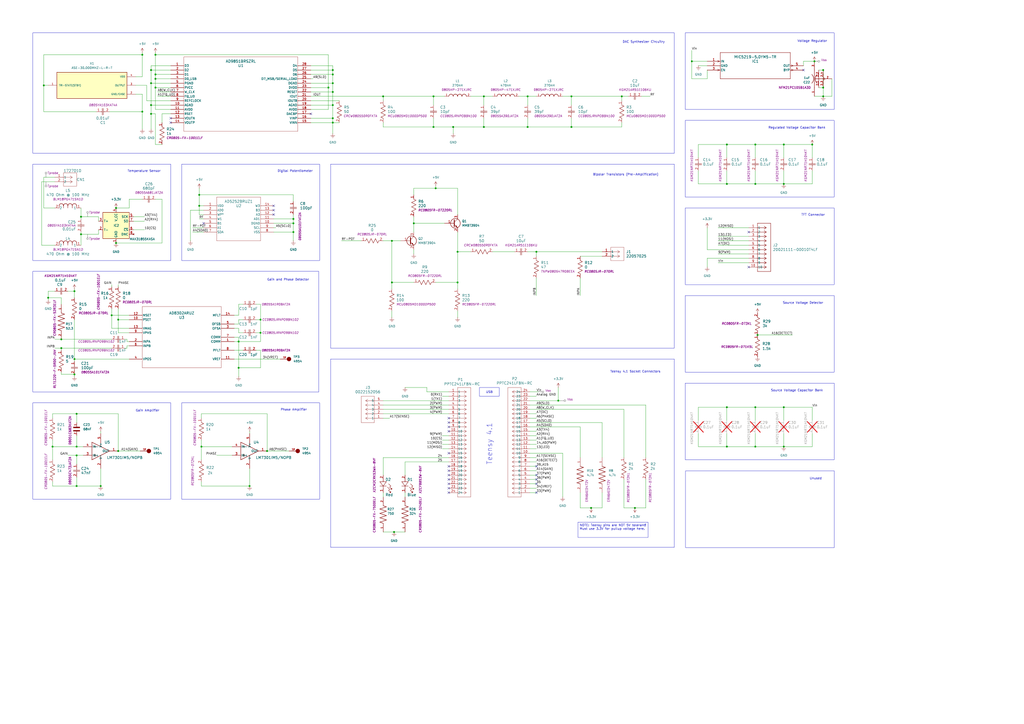
<source format=kicad_sch>
(kicad_sch (version 20231120) (generator "eeschema") (generator_version "8.0")
  (paper "A2")
  (lib_symbols
    (symbol "Sensor_Temperature:MAX31855KASA"
      (property "Reference" "IC2" (at -1.524 0 0))
      (property "Value" "MAX31855KASA" (at 7.874 -6.604 0))
      (symbol "MAX31855KASA_1_1"
        (pin power_in line (at 0 -10.16 90) (length 2.54) (name "GND") (number "1"))
        (pin passive line (at -10.16 -2.54 0) (length 2.54) (name "T-") (number "2"))
        (pin passive line (at -10.16 2.54 0) (length 2.54) (name "T+") (number "3"))
        (pin power_in line (at 0 10.16 270) (length 2.54) (name "V_CC") (number "4"))
        (pin input line (at 10.16 5.08 180) (length 2.54) (name "SCK") (number "5"))
        (pin input line (at 10.16 -2.54 180) (length 2.54) (name "~{CS}") (number "6"))
        (pin tri_state line (at 10.16 2.54 180) (length 2.54) (name "SO") (number "7"))
        (pin no_connect line (at 10.16 -5.08 180) (length 2.54) (name "DNC") (number "8"))
      )
    )
    (symbol "Symbols:0022152056" (pin_names (offset 0.254))
      (property "Reference" "J" (at 8.89 6.35 0))
      (property "Value" "0022152056" (at 0 0 0))
      (symbol "0022152056_1_1"
        (pin unspecified line (at 0 0 0) (length 5.08) (name "1") (number "1"))
        (pin unspecified line (at 0 -2.54 0) (length 5.08) (name "2") (number "2"))
        (pin unspecified line (at 0 -5.08 0) (length 5.08) (name "3") (number "3"))
        (pin unspecified line (at 0 -7.62 0) (length 5.08) (name "4") (number "4"))
        (pin unspecified line (at 0 -10.16 0) (length 5.08) (name "5") (number "5"))
      )
      (symbol "0022152056_1_2"
        (pin unspecified line (at 0 0 0) (length 5.08) (name "1") (number "1"))
        (pin unspecified line (at 0 -2.54 0) (length 5.08) (name "2") (number "2"))
      )
    )
    (symbol "Symbols:08051C683KAT2A" (pin_names (offset 1.016))
      (property "Reference" "C" (at 0 3.81 0))
      (property "Value" "68nF" (at 0 -5.08 0))
      (property "Datasheet" "08051C683KAT2A" (at 0 0 0))
      (symbol "08051C683KAT2A_0_0"
        (pin passive line (at 5.08 0 180) (length 2.54) (name "~") (number "1"))
        (pin passive line (at -2.54 0 0) (length 2.54) (name "~") (number "2"))
      )
    )
    (symbol "Symbols:08055A101FAT2A" (pin_names (offset 0.254))
      (property "Reference" "C" (at 3.81 3.81 0))
      (property "Value" "100pF" (at 3.81 -3.81 0))
      (property "Datasheet" "08055A101FAT2A" (at 0 0 0))
      (symbol "08055A101FAT2A_1_1"
        (pin unspecified line (at 0 0 0) (length 2.54) (name "") (number "1"))
        (pin unspecified line (at 7.62 0 180) (length 2.54) (name "") (number "2"))
      )
      (symbol "08055A101FAT2A_1_2"
        (pin unspecified line (at 0 0 270) (length 2.54) (name "") (number "1"))
        (pin unspecified line (at 0 -7.62 90) (length 2.54) (name "") (number "2"))
      )
    )
    (symbol "Symbols:08055A1R0BAT2A" (pin_names (offset 0.254))
      (property "Reference" "C" (at 3.81 3.81 0))
      (property "Value" "1pF" (at 3.81 -3.81 0))
      (property "Datasheet" "08055A1R0BAT2A" (at 0 0 0))
      (symbol "08055A1R0BAT2A_1_1"
        (pin unspecified line (at 0 0 0) (length 2.54) (name "") (number "1"))
        (pin unspecified line (at 7.62 0 180) (length 2.54) (name "") (number "2"))
      )
      (symbol "08055A1R0BAT2A_1_2"
        (pin unspecified line (at 0 0 270) (length 2.54) (name "") (number "1"))
        (pin unspecified line (at 0 -7.62 90) (length 2.54) (name "") (number "2"))
      )
    )
    (symbol "Symbols:08055A390JAT2A" (pin_names (offset 0.254))
      (property "Reference" "C" (at 3.81 3.81 0))
      (property "Value" "39pF" (at 3.81 -3.81 0))
      (property "Datasheet" "08055A390JAT2A" (at 0 0 0))
      (symbol "08055A390JAT2A_1_1"
        (pin unspecified line (at 0 0 0) (length 2.54) (name "") (number "1"))
        (pin unspecified line (at 7.62 0 180) (length 2.54) (name "") (number "2"))
      )
      (symbol "08055A390JAT2A_1_2"
        (pin unspecified line (at 0 0 270) (length 2.54) (name "") (number "1"))
        (pin unspecified line (at 0 -7.62 90) (length 2.54) (name "") (number "2"))
      )
    )
    (symbol "Symbols:08055A681JAT2A" (pin_names (offset 0.254))
      (property "Reference" "C" (at 3.81 3.81 0))
      (property "Value" "680pF" (at 3.81 -3.81 0))
      (property "Datasheet" "08055A681JAT2A" (at 0 0 0))
      (symbol "08055A681JAT2A_1_1"
        (pin unspecified line (at 0 0 0) (length 2.54) (name "") (number "1"))
        (pin unspecified line (at 7.62 0 180) (length 2.54) (name "") (number "2"))
      )
      (symbol "08055A681JAT2A_1_2"
        (pin unspecified line (at 0 0 270) (length 2.54) (name "") (number "1"))
        (pin unspecified line (at 0 -7.62 90) (length 2.54) (name "") (number "2"))
      )
    )
    (symbol "Symbols:08055C473JAT2A" (pin_names (offset 0.254))
      (property "Reference" "C" (at 3.81 3.81 0))
      (property "Value" "47nF" (at 3.81 -3.81 0))
      (symbol "08055C473JAT2A_1_1"
        (pin unspecified line (at 0 0 0) (length 2.54) (name "") (number "1"))
        (pin unspecified line (at 7.62 0 180) (length 2.54) (name "") (number "2"))
      )
      (symbol "08055C473JAT2A_1_2"
        (pin unspecified line (at 0 0 270) (length 2.54) (name "") (number "1"))
        (pin unspecified line (at 0 -7.62 90) (length 2.54) (name "") (number "2"))
      )
    )
    (symbol "Symbols:0805HP-271XJRC" (pin_names (offset 1.016))
      (property "Reference" "L" (at -7.62 5.08 0))
      (property "Value" "270nH" (at -7.62 2.54 0))
      (property "Datasheet" "0805HP-271XJRC " (at 0 0 0))
      (symbol "0805HP-271XJRC_0_0"
        (pin passive line (at -7.62 0 0) (length 2.54) (name "~") (number "1"))
        (pin passive line (at 7.62 0 180) (length 2.54) (name "~") (number "2"))
      )
    )
    (symbol "Symbols:0805HP-471XJRC" (pin_names (offset 1.016))
      (property "Reference" "L" (at -7.62 5.08 0))
      (property "Value" "470nH" (at -7.62 2.54 0))
      (property "Datasheet" " 0805HP-471XJRC " (at 0 0 0))
      (symbol "0805HP-471XJRC_0_0"
        (pin passive line (at -7.62 0 0) (length 2.54) (name "~") (number "1"))
        (pin passive line (at 7.62 0 180) (length 2.54) (name "~") (number "2"))
      )
    )
    (symbol "Symbols:0805YA103KAT4A" (pin_names (offset 0.254))
      (property "Reference" "C" (at 3.81 3.81 0))
      (property "Value" "0.01uF" (at 3.81 -3.81 0))
      (property "Datasheet" "0805YA103KAT4A" (at 0 0 0))
      (symbol "0805YA103KAT4A_1_1"
        (pin unspecified line (at 0 0 0) (length 2.54) (name "") (number "1"))
        (pin unspecified line (at 7.62 0 180) (length 2.54) (name "") (number "2"))
      )
      (symbol "0805YA103KAT4A_1_2"
        (pin unspecified line (at 0 0 270) (length 2.54) (name "") (number "1"))
        (pin unspecified line (at 0 -7.62 90) (length 2.54) (name "") (number "2"))
      )
    )
    (symbol "Symbols:1727010" (pin_names (offset 0.254))
      (property "Reference" "J" (at 8.89 6.35 0))
      (property "Value" "1727010" (at 0 0 0))
      (symbol "1727010_0_1"
        (pin unspecified line (at 0 0 0) (length 5.08) (name "1") (number "1"))
        (pin unspecified line (at 0 -2.54 0) (length 5.08) (name "2") (number "2"))
      )
    )
    (symbol "Symbols:20021111-00010T4LF" (pin_names (offset 0.254))
      (property "Reference" "J" (at 8.89 6.35 0))
      (property "Value" "20021111-00010T4LF" (at 0 0 0))
      (symbol "20021111-00010T4LF_1_1"
        (pin unspecified line (at 0 0 0) (length 5.08) (name "1") (number "1"))
        (pin unspecified line (at 0 -22.86 0) (length 5.08) (name "10") (number "10"))
        (pin unspecified line (at 0 -2.54 0) (length 5.08) (name "2") (number "2"))
        (pin unspecified line (at 0 -5.08 0) (length 5.08) (name "3") (number "3"))
        (pin unspecified line (at 0 -7.62 0) (length 5.08) (name "4") (number "4"))
        (pin unspecified line (at 0 -10.16 0) (length 5.08) (name "5") (number "5"))
        (pin unspecified line (at 0 -12.7 0) (length 5.08) (name "6") (number "6"))
        (pin unspecified line (at 0 -15.24 0) (length 5.08) (name "7") (number "7"))
        (pin unspecified line (at 0 -17.78 0) (length 5.08) (name "8") (number "8"))
        (pin unspecified line (at 0 -20.32 0) (length 5.08) (name "9") (number "9"))
      )
      (symbol "20021111-00010T4LF_1_2"
        (pin unspecified line (at 0 0 0) (length 5.08) (name "1") (number "1"))
        (pin unspecified line (at 0 -22.86 0) (length 5.08) (name "10") (number "10"))
        (pin unspecified line (at 0 -2.54 0) (length 5.08) (name "2") (number "2"))
        (pin unspecified line (at 0 -5.08 0) (length 5.08) (name "3") (number "3"))
        (pin unspecified line (at 0 -7.62 0) (length 5.08) (name "4") (number "4"))
        (pin unspecified line (at 0 -10.16 0) (length 5.08) (name "5") (number "5"))
        (pin unspecified line (at 0 -12.7 0) (length 5.08) (name "6") (number "6"))
        (pin unspecified line (at 0 -15.24 0) (length 5.08) (name "7") (number "7"))
        (pin unspecified line (at 0 -17.78 0) (length 5.08) (name "8") (number "8"))
        (pin unspecified line (at 0 -20.32 0) (length 5.08) (name "9") (number "9"))
      )
    )
    (symbol "Symbols:22057025" (pin_names (offset 0.254))
      (property "Reference" "J" (at 8.89 6.35 0))
      (property "Value" "22057025" (at 0 0 0))
      (symbol "22057025_1_1"
        (pin unspecified line (at 0 0 0) (length 5.08) (name "1") (number "1"))
        (pin unspecified line (at 0 -2.54 0) (length 5.08) (name "2") (number "2"))
      )
      (symbol "22057025_1_2"
        (pin unspecified line (at 0 0 0) (length 5.08) (name "1") (number "1"))
        (pin unspecified line (at 0 -2.54 0) (length 5.08) (name "2") (number "2"))
      )
    )
    (symbol "Symbols:4954" (pin_names (offset 1.016))
      (property "Reference" "TP" (at -2.54 2.54 0))
      (property "Value" "4954" (at -2.54 -5.08 0))
      (symbol "4954_0_0"
        (pin passive line (at -5.08 0 0) (length 5.08) (name "~") (number "TP"))
      )
    )
    (symbol "Symbols:AD5252BRUZ1" (pin_names (offset 0.254))
      (property "Reference" "U" (at 20.32 10.16 0))
      (property "Value" "AD5252BRUZ1" (at 20.32 7.62 0))
      (symbol "AD5252BRUZ1_0_1"
        (pin power_in line (at 0 0 0) (length 7.62) (name "VDD") (number "1"))
        (pin unspecified line (at 40.64 -10.16 180) (length 7.62) (name "DGND") (number "10"))
        (pin unspecified line (at 40.64 -7.62 180) (length 7.62) (name "AD1") (number "11"))
        (pin unspecified line (at 40.64 -5.08 180) (length 7.62) (name "A3") (number "12"))
        (pin unspecified line (at 40.64 -2.54 180) (length 7.62) (name "B3") (number "13"))
        (pin unspecified line (at 40.64 0 180) (length 7.62) (name "W3") (number "14"))
        (pin unspecified line (at 0 -2.54 0) (length 7.62) (name "AD0") (number "2"))
        (pin unspecified line (at 0 -5.08 0) (length 7.62) (name "WP*") (number "3"))
        (pin unspecified line (at 0 -7.62 0) (length 7.62) (name "W1") (number "4"))
        (pin unspecified line (at 0 -10.16 0) (length 7.62) (name "B1") (number "5"))
        (pin unspecified line (at 0 -12.7 0) (length 7.62) (name "A1") (number "6"))
        (pin unspecified line (at 0 -15.24 0) (length 7.62) (name "SDA") (number "7"))
        (pin power_in line (at 40.64 -15.24 180) (length 7.62) (name "VSS") (number "8"))
        (pin unspecified line (at 40.64 -12.7 180) (length 7.62) (name "SCL") (number "9"))
      )
    )
    (symbol "Symbols:AD8302ARUZ" (pin_names (offset 0.254))
      (property "Reference" "U" (at 30.48 10.16 0))
      (property "Value" "AD8302ARUZ" (at 30.48 7.62 0))
      (symbol "AD8302ARUZ_0_1"
        (pin unspecified line (at 60.96 -15.24 180) (length 7.62) (name "COMM") (number "1"))
        (pin unspecified line (at 0 -2.54 0) (length 7.62) (name "PSET") (number "10"))
        (pin unspecified line (at 60.96 -25.4 180) (length 7.62) (name "VREF") (number "11"))
        (pin unspecified line (at 0 0 0) (length 7.62) (name "MSET") (number "12"))
        (pin unspecified line (at 0 -7.62 0) (length 7.62) (name "VMAG") (number "13"))
        (pin unspecified line (at 60.96 0 180) (length 7.62) (name "MFLT") (number "14"))
        (pin unspecified line (at 0 -15.24 0) (length 7.62) (name "INPA") (number "2"))
        (pin unspecified line (at 60.96 -7.62 180) (length 7.62) (name "OFSA") (number "3"))
        (pin power_in line (at 0 -25.4 0) (length 7.62) (name "VPOS") (number "4"))
        (pin unspecified line (at 60.96 -5.08 180) (length 7.62) (name "OFSB") (number "5"))
        (pin unspecified line (at 0 -17.78 0) (length 7.62) (name "INPB") (number "6"))
        (pin unspecified line (at 60.96 -12.7 180) (length 7.62) (name "COMM") (number "7"))
        (pin unspecified line (at 60.96 -20.32 180) (length 7.62) (name "PFLT") (number "8"))
        (pin unspecified line (at 0 -10.16 0) (length 7.62) (name "VPHS") (number "9"))
      )
    )
    (symbol "Symbols:AD9851BRSZRL" (pin_names (offset 0.254))
      (property "Reference" "U" (at 40.64 10.16 0))
      (property "Value" "AD9851BRSZRL" (at 40.64 7.62 0))
      (symbol "AD9851BRSZRL_0_1"
        (pin unspecified line (at 0 0 0) (length 7.62) (name "D3") (number "1"))
        (pin unspecified line (at 0 -22.86 0) (length 7.62) (name "AGND") (number "10"))
        (pin power_in line (at 0 -25.4 0) (length 7.62) (name "AVDD") (number "11"))
        (pin unspecified line (at 0 -27.94 0) (length 7.62) (name "RSET") (number "12"))
        (pin unspecified line (at 0 -30.48 0) (length 7.62) (name "VOUTN") (number "13"))
        (pin unspecified line (at 0 -33.02 0) (length 7.62) (name "VOUTP") (number "14"))
        (pin unspecified line (at 81.28 -33.02 180) (length 7.62) (name "VINN") (number "15"))
        (pin unspecified line (at 81.28 -30.48 180) (length 7.62) (name "VINP") (number "16"))
        (pin unspecified line (at 81.28 -27.94 180) (length 7.62) (name "DACBP") (number "17"))
        (pin power_in line (at 81.28 -25.4 180) (length 7.62) (name "AVDD") (number "18"))
        (pin unspecified line (at 81.28 -22.86 180) (length 7.62) (name "AGND") (number "19"))
        (pin unspecified line (at 0 -2.54 0) (length 7.62) (name "D2") (number "2"))
        (pin unspecified line (at 81.28 -20.32 180) (length 7.62) (name "IOUTB") (number "20"))
        (pin unspecified line (at 81.28 -17.78 180) (length 7.62) (name "IOUT") (number "21"))
        (pin unspecified line (at 81.28 -15.24 180) (length 7.62) (name "RESET") (number "22"))
        (pin power_in line (at 81.28 -12.7 180) (length 7.62) (name "DVDD") (number "23"))
        (pin unspecified line (at 81.28 -10.16 180) (length 7.62) (name "DGND") (number "24"))
        (pin unspecified line (at 81.28 -7.62 180) (length 7.62) (name "D7_MSB/SERIAL_LOAD") (number "25"))
        (pin unspecified line (at 81.28 -5.08 180) (length 7.62) (name "D6") (number "26"))
        (pin unspecified line (at 81.28 -2.54 180) (length 7.62) (name "D5") (number "27"))
        (pin unspecified line (at 81.28 0 180) (length 7.62) (name "D4") (number "28"))
        (pin unspecified line (at 0 -5.08 0) (length 7.62) (name "D1") (number "3"))
        (pin unspecified line (at 0 -7.62 0) (length 7.62) (name "D0_LSB") (number "4"))
        (pin unspecified line (at 0 -10.16 0) (length 7.62) (name "PGND") (number "5"))
        (pin power_in line (at 0 -12.7 0) (length 7.62) (name "PVCC") (number "6"))
        (pin unspecified line (at 0 -15.24 0) (length 7.62) (name "W_CLK") (number "7"))
        (pin unspecified line (at 0 -17.78 0) (length 7.62) (name "FQ_UD") (number "8"))
        (pin unspecified line (at 0 -20.32 0) (length 7.62) (name "REFCLOCK") (number "9"))
      )
    )
    (symbol "Symbols:ASE-30.000MHZ-L-R-T" (pin_names (offset 1.016))
      (property "Reference" "X" (at -20.32 10.16 0))
      (property "Value" "ASE-30.000MHZ-L-R-T" (at -20.32 -10.16 0))
      (symbol "ASE-30.000MHZ-L-R-T_0_0"
        (pin passive line (at -25.4 0 0) (length 5.08) (name "TRI-STATE(STBY)") (number "1"))
        (pin power_in line (at 25.4 -5.08 180) (length 5.08) (name "GND/CASE") (number "2"))
        (pin output line (at 25.4 0 180) (length 5.08) (name "OUTPUT") (number "3"))
        (pin power_in line (at 25.4 5.08 180) (length 5.08) (name "VDD") (number "4"))
      )
    )
    (symbol "Symbols:BLM18PG471SN1D" (pin_names (offset 0.254))
      (property "Reference" "L" (at 6.985 5.08 0))
      (property "Value" "470 Ohm @ 100 MHz" (at 6.985 -2.54 0))
      (property "Datasheet" "BLM18PG471SN1D" (at 0 0 0))
      (symbol "BLM18PG471SN1D_1_1"
        (pin unspecified line (at 15.24 0 180) (length 2.54) (name "1") (number "1"))
        (pin unspecified line (at 0 0 0) (length 2.54) (name "2") (number "2"))
      )
      (symbol "BLM18PG471SN1D_1_2"
        (pin unspecified line (at 0 15.24 270) (length 2.54) (name "1") (number "1"))
        (pin unspecified line (at 0 0 90) (length 2.54) (name "2") (number "2"))
      )
    )
    (symbol "Symbols:CC0805JRNPO9BN102" (pin_names (offset 0.254))
      (property "Reference" "C" (at 3.81 3.81 0))
      (property "Value" "1nF" (at 3.81 -3.81 0))
      (property "Datasheet" "CC0805JRNPO9BN102" (at 0 0 0))
      (symbol "CC0805JRNPO9BN102_1_1"
        (pin unspecified line (at 0 0 0) (length 2.54) (name "") (number "1"))
        (pin unspecified line (at 7.62 0 180) (length 2.54) (name "") (number "2"))
      )
      (symbol "CC0805JRNPO9BN102_1_2"
        (pin unspecified line (at 0 0 270) (length 2.54) (name "") (number "1"))
        (pin unspecified line (at 0 -7.62 90) (length 2.54) (name "") (number "2"))
      )
    )
    (symbol "Symbols:CC0805JRNPOBBN100" (pin_names (offset 0.254))
      (property "Reference" "C" (at 3.81 3.81 0))
      (property "Value" "10pF" (at 3.81 -3.81 0))
      (property "Datasheet" "CC0805JRNPOBBN100" (at 0 0 0))
      (symbol "CC0805JRNPOBBN100_1_1"
        (pin unspecified line (at 0 0 0) (length 2.54) (name "") (number "1"))
        (pin unspecified line (at 7.62 0 180) (length 2.54) (name "") (number "2"))
      )
      (symbol "CC0805JRNPOBBN100_1_2"
        (pin unspecified line (at 0 0 270) (length 2.54) (name "") (number "1"))
        (pin unspecified line (at 0 -7.62 90) (length 2.54) (name "") (number "2"))
      )
    )
    (symbol "Symbols:CR0805-FX-1001ELF" (pin_names (offset 0.254))
      (property "Reference" "R" (at 5.715 3.81 0))
      (property "Value" "1k" (at 6.35 -3.81 0))
      (property "Datasheet" "CR0805-FX-1001ELF" (at 0 0 0))
      (symbol "CR0805-FX-1001ELF_1_1"
        (pin unspecified line (at 0 0 0) (length 2.54) (name "") (number "1"))
        (pin unspecified line (at 12.7 0 180) (length 2.54) (name "") (number "2"))
      )
      (symbol "CR0805-FX-1001ELF_1_2"
        (pin unspecified line (at 0 12.7 270) (length 2.54) (name "") (number "1"))
        (pin unspecified line (at 0 0 90) (length 2.54) (name "") (number "2"))
      )
    )
    (symbol "Symbols:CR0805-FX-3240ELF" (pin_names (offset 1.016))
      (property "Reference" "R" (at -7.6244 2.5415 0))
      (property "Value" "324" (at -7.63 -5.0866 0))
      (property "Datasheet" "CR0805-FX-3240ELF" (at 0 0 0))
      (symbol "CR0805-FX-3240ELF_0_0"
        (pin passive line (at -10.16 0 0) (length 5.08) (name "~") (number "1"))
        (pin passive line (at 10.16 0 180) (length 5.08) (name "~") (number "2"))
      )
    )
    (symbol "Symbols:CR0805-FX-52R3ELF" (pin_names (offset 1.016))
      (property "Reference" "R" (at -7.6244 2.5415 0))
      (property "Value" "52.3" (at -7.63 -5.0866 0))
      (property "Datasheet" "CR0805-FX-52R3ELF" (at 0 0 0))
      (symbol "CR0805-FX-52R3ELF_0_0"
        (pin passive line (at -10.16 0 0) (length 5.08) (name "~") (number "1"))
        (pin passive line (at 10.16 0 180) (length 5.08) (name "~") (number "2"))
      )
    )
    (symbol "Symbols:CR0805-FX-7500ELF" (pin_names (offset 1.016))
      (property "Reference" "R" (at -7.6244 2.5415 0))
      (property "Value" "750" (at -7.63 -5.0866 0))
      (property "Datasheet" "CR0805-FX-7500ELF" (at 0 0 0))
      (symbol "CR0805-FX-7500ELF_0_0"
        (pin passive line (at -10.16 0 0) (length 5.08) (name "~") (number "1"))
        (pin passive line (at 10.16 0 180) (length 5.08) (name "~") (number "2"))
      )
    )
    (symbol "Symbols:CRCW080550R0FKTA" (pin_names (offset 0.254))
      (property "Reference" "R" (at 5.715 3.81 0))
      (property "Value" "50" (at 6.35 -3.81 0))
      (property "Datasheet" "CRCW080550R0FKTA " (at 0 0 0))
      (symbol "CRCW080550R0FKTA_1_1"
        (pin unspecified line (at 12.7 0 180) (length 2.54) (name "") (number "1"))
        (pin unspecified line (at 0 0 0) (length 2.54) (name "") (number "2"))
      )
      (symbol "CRCW080550R0FKTA_1_2"
        (pin unspecified line (at 0 12.7 270) (length 2.54) (name "") (number "1"))
        (pin unspecified line (at 0 0 90) (length 2.54) (name "") (number "2"))
      )
    )
    (symbol "Symbols:ERA6AED472V" (pin_names (offset 1.016))
      (property "Reference" "R" (at -7.624 2.541 0))
      (property "Value" "4.7k" (at -7.624 -5.087 0))
      (property "Datasheet" "ERA6AED472V" (at 0 0 0))
      (symbol "ERA6AED472V_0_0"
        (pin passive line (at -10.16 0 0) (length 5.08) (name "~") (number "1"))
        (pin passive line (at 10.16 0 180) (length 5.08) (name "~") (number "2"))
      )
    )
    (symbol "Symbols:KGM21AR51E106KU" (pin_names (offset 0.254))
      (property "Reference" "C" (at 3.81 3.81 0))
      (property "Value" "10uF" (at 3.81 -3.81 0))
      (property "Datasheet" "KGM21AR51E106KU" (at 0 0 0))
      (symbol "KGM21AR51E106KU_1_1"
        (pin unspecified line (at 0 0 0) (length 2.54) (name "") (number "1"))
        (pin unspecified line (at 7.62 0 180) (length 2.54) (name "") (number "2"))
      )
      (symbol "KGM21AR51E106KU_1_2"
        (pin unspecified line (at 0 0 270) (length 2.54) (name "") (number "1"))
        (pin unspecified line (at 0 -7.62 90) (length 2.54) (name "") (number "2"))
      )
    )
    (symbol "Symbols:KGM21NR71H104KT" (pin_names (offset 0.254))
      (property "Reference" "C" (at 3.81 3.81 0))
      (property "Value" "0.1uF" (at 3.81 -3.81 0))
      (property "Datasheet" "KGM21NR71H104KT" (at 0 0 0))
      (symbol "KGM21NR71H104KT_1_1"
        (pin unspecified line (at 0 0 0) (length 2.54) (name "") (number "1"))
        (pin unspecified line (at 7.62 0 180) (length 2.54) (name "") (number "2"))
      )
      (symbol "KGM21NR71H104KT_1_2"
        (pin unspecified line (at 0 0 270) (length 2.54) (name "") (number "1"))
        (pin unspecified line (at 0 -7.62 90) (length 2.54) (name "") (number "2"))
      )
    )
    (symbol "Symbols:LM7301IM5_NOPB" (pin_names (offset 0.254))
      (property "Reference" "U" (at 15.748 0.254 0))
      (property "Value" "LM7301IM5/NOPB" (at 0 0 0))
      (symbol "LM7301IM5_NOPB_0_1"
        (pin output line (at 15.24 -5.08 180) (length 5.08) (name "OUT") (number "1"))
        (pin power_in line (at 5.08 -15.24 90) (length 5.08) (name "V-") (number "2"))
        (pin input line (at -5.08 -7.62 0) (length 5.08) (name "IN+") (number "3"))
        (pin input line (at -5.08 -2.54 0) (length 5.08) (name "IN-") (number "4"))
        (pin power_in line (at 5.08 5.08 270) (length 5.08) (name "V+") (number "5"))
      )
    )
    (symbol "Symbols:MCU0805MD1000DP500" (pin_names (offset 0.254))
      (property "Reference" "R" (at 5.715 3.81 0))
      (property "Value" "100" (at 6.35 -3.81 0))
      (property "Datasheet" "MCU0805MD1000DP500" (at 0 0 0))
      (symbol "MCU0805MD1000DP500_0_1"
        (pin unspecified line (at 0 0 0) (length 2.54) (name "") (number "1"))
        (pin unspecified line (at 12.7 0 180) (length 2.54) (name "") (number "2"))
      )
    )
    (symbol "Symbols:MIC5219-5.0YM5-TR" (pin_names (offset 0.254))
      (property "Reference" "U" (at 27.94 10.16 0))
      (property "Value" "MIC5219-5.0YM5-TR" (at 27.94 7.62 0))
      (symbol "MIC5219-5.0YM5-TR_0_1"
        (pin input line (at 0 0 0) (length 7.62) (name "IN") (number "1"))
        (pin power_in line (at 0 -2.54 0) (length 7.62) (name "GND") (number "2"))
        (pin input line (at 0 -5.08 0) (length 7.62) (name "EN") (number "3"))
        (pin output line (at 55.88 -5.08 180) (length 7.62) (name "BYP") (number "4"))
        (pin output line (at 55.88 -2.54 180) (length 7.62) (name "OUT") (number "5"))
      )
    )
    (symbol "Symbols:NFM21PC105B1A3D" (pin_names (offset 1.016))
      (property "Reference" "C22" (at -1.27 2.54 90))
      (property "Value" "1uF" (at 1.27 2.54 90))
      (property "Datasheet" "NFM21PC105B1A3D" (at 0 -7.62 0))
      (symbol "NFM21PC105B1A3D_0_0"
        (pin input line (at -10.16 0 0) (length 5.08) (name "~") (number "1"))
        (pin power_in line (at -5.08 -2.54 0) (length 5.08) (name "~") (number "2_1"))
        (pin power_in line (at 5.08 -2.54 180) (length 5.08) (name "~") (number "2_2"))
        (pin power_in line (at -5.08 -5.08 0) (length 5.08) (name "~") (number "2_3"))
        (pin power_in line (at 5.08 -5.08 180) (length 5.08) (name "~") (number "2_4"))
        (pin output line (at 10.16 0 180) (length 5.08) (name "~") (number "3"))
      )
      (symbol "NFM21PC105B1A3D_1_0"
        (pin power_in line (at 0 -10.16 90) (length 5.08) (name "~") (number "2"))
      )
    )
    (symbol "Symbols:PPTC241LFBN-RC" (pin_names (offset 0.254))
      (property "Reference" "J" (at 8.89 6.35 0))
      (property "Value" "PPTC241LFBN-RC" (at 0 0 0))
      (symbol "PPTC241LFBN-RC_1_1"
        (pin unspecified line (at 0 0 0) (length 5.08) (name "1") (number "1"))
        (pin unspecified line (at 0 -22.86 0) (length 5.08) (name "10") (number "10"))
        (pin unspecified line (at 0 -25.4 0) (length 5.08) (name "11") (number "11"))
        (pin unspecified line (at 0 -27.94 0) (length 5.08) (name "12") (number "12"))
        (pin unspecified line (at 0 -30.48 0) (length 5.08) (name "13") (number "13"))
        (pin unspecified line (at 0 -33.02 0) (length 5.08) (name "14") (number "14"))
        (pin unspecified line (at 0 -35.56 0) (length 5.08) (name "15") (number "15"))
        (pin unspecified line (at 0 -38.1 0) (length 5.08) (name "16") (number "16"))
        (pin unspecified line (at 0 -40.64 0) (length 5.08) (name "17") (number "17"))
        (pin unspecified line (at 0 -43.18 0) (length 5.08) (name "18") (number "18"))
        (pin unspecified line (at 0 -45.72 0) (length 5.08) (name "19") (number "19"))
        (pin unspecified line (at 0 -2.54 0) (length 5.08) (name "2") (number "2"))
        (pin unspecified line (at 0 -48.26 0) (length 5.08) (name "20") (number "20"))
        (pin unspecified line (at 0 -50.8 0) (length 5.08) (name "21") (number "21"))
        (pin unspecified line (at 0 -53.34 0) (length 5.08) (name "22") (number "22"))
        (pin unspecified line (at 0 -55.88 0) (length 5.08) (name "23") (number "23"))
        (pin unspecified line (at 0 -58.42 0) (length 5.08) (name "24") (number "24"))
        (pin unspecified line (at 0 -5.08 0) (length 5.08) (name "3") (number "3"))
        (pin unspecified line (at 0 -7.62 0) (length 5.08) (name "4") (number "4"))
        (pin unspecified line (at 0 -10.16 0) (length 5.08) (name "5") (number "5"))
        (pin unspecified line (at 0 -12.7 0) (length 5.08) (name "6") (number "6"))
        (pin unspecified line (at 0 -15.24 0) (length 5.08) (name "7") (number "7"))
        (pin unspecified line (at 0 -17.78 0) (length 5.08) (name "8") (number "8"))
        (pin unspecified line (at 0 -20.32 0) (length 5.08) (name "9") (number "9"))
      )
      (symbol "PPTC241LFBN-RC_1_2"
        (pin unspecified line (at 0 0 0) (length 5.08) (name "1") (number "1"))
        (pin unspecified line (at 0 -22.86 0) (length 5.08) (name "10") (number "10"))
        (pin unspecified line (at 0 -25.4 0) (length 5.08) (name "11") (number "11"))
        (pin unspecified line (at 0 -27.94 0) (length 5.08) (name "12") (number "12"))
        (pin unspecified line (at 0 -30.48 0) (length 5.08) (name "13") (number "13"))
        (pin unspecified line (at 0 -33.02 0) (length 5.08) (name "14") (number "14"))
        (pin unspecified line (at 0 -35.56 0) (length 5.08) (name "15") (number "15"))
        (pin unspecified line (at 0 -38.1 0) (length 5.08) (name "16") (number "16"))
        (pin unspecified line (at 0 -40.64 0) (length 5.08) (name "17") (number "17"))
        (pin unspecified line (at 0 -43.18 0) (length 5.08) (name "18") (number "18"))
        (pin unspecified line (at 0 -45.72 0) (length 5.08) (name "19") (number "19"))
        (pin unspecified line (at 0 -2.54 0) (length 5.08) (name "2") (number "2"))
        (pin unspecified line (at 0 -48.26 0) (length 5.08) (name "20") (number "20"))
        (pin unspecified line (at 0 -50.8 0) (length 5.08) (name "21") (number "21"))
        (pin unspecified line (at 0 -53.34 0) (length 5.08) (name "22") (number "22"))
        (pin unspecified line (at 0 -55.88 0) (length 5.08) (name "23") (number "23"))
        (pin unspecified line (at 0 -58.42 0) (length 5.08) (name "24") (number "24"))
        (pin unspecified line (at 0 -5.08 0) (length 5.08) (name "3") (number "3"))
        (pin unspecified line (at 0 -7.62 0) (length 5.08) (name "4") (number "4"))
        (pin unspecified line (at 0 -10.16 0) (length 5.08) (name "5") (number "5"))
        (pin unspecified line (at 0 -12.7 0) (length 5.08) (name "6") (number "6"))
        (pin unspecified line (at 0 -15.24 0) (length 5.08) (name "7") (number "7"))
        (pin unspecified line (at 0 -17.78 0) (length 5.08) (name "8") (number "8"))
        (pin unspecified line (at 0 -20.32 0) (length 5.08) (name "9") (number "9"))
      )
    )
    (symbol "Symbols:RC0805FR-071K5L" (pin_names (offset 0.254))
      (property "Reference" "R" (at 5.715 3.81 0))
      (property "Value" "RC0805FR-071K5L" (at 6.35 -3.81 0))
      (symbol "RC0805FR-071K5L_1_1"
        (pin unspecified line (at 0 0 0) (length 2.54) (name "") (number "1"))
        (pin unspecified line (at 12.7 0 180) (length 2.54) (name "") (number "2"))
      )
      (symbol "RC0805FR-071K5L_1_2"
        (pin unspecified line (at 0 12.7 270) (length 2.54) (name "") (number "1"))
        (pin unspecified line (at 0 0 90) (length 2.54) (name "") (number "2"))
      )
    )
    (symbol "Symbols:RC0805FR-07220RL" (pin_names (offset 0.254))
      (property "Reference" "R" (at 5.715 3.81 0))
      (property "Value" "220" (at 6.35 -3.81 0))
      (property "Datasheet" "RC0805FR-07220RL" (at 0 0 0))
      (symbol "RC0805FR-07220RL_1_1"
        (pin unspecified line (at 0 0 0) (length 2.54) (name "") (number "1"))
        (pin unspecified line (at 12.7 0 180) (length 2.54) (name "") (number "2"))
      )
      (symbol "RC0805FR-07220RL_1_2"
        (pin unspecified line (at 0 12.7 270) (length 2.54) (name "") (number "1"))
        (pin unspecified line (at 0 0 90) (length 2.54) (name "") (number "2"))
      )
    )
    (symbol "Symbols:RC0805FR-072KL" (pin_names (offset 0.254))
      (property "Reference" "R" (at 5.715 3.81 0))
      (property "Value" "2k" (at 6.35 -3.81 0))
      (property "Datasheet" "RC0805FR-072KL" (at 0 0 0))
      (symbol "RC0805FR-072KL_1_1"
        (pin unspecified line (at 12.7 0 180) (length 2.54) (name "") (number "1"))
        (pin unspecified line (at 0 0 0) (length 2.54) (name "") (number "2"))
      )
      (symbol "RC0805FR-072KL_1_2"
        (pin unspecified line (at 0 12.7 270) (length 2.54) (name "") (number "1"))
        (pin unspecified line (at 0 0 90) (length 2.54) (name "") (number "2"))
      )
    )
    (symbol "Symbols:RC0805FR-073KL" (pin_names (offset 0.254))
      (property "Reference" "R" (at 5.715 3.81 0))
      (property "Value" "RC0805FR-073KL" (at 6.35 -3.81 0))
      (symbol "RC0805FR-073KL_1_1"
        (pin unspecified line (at 12.7 0 180) (length 2.54) (name "") (number "1"))
        (pin unspecified line (at 0 0 0) (length 2.54) (name "") (number "2"))
      )
      (symbol "RC0805FR-073KL_1_2"
        (pin unspecified line (at 0 12.7 270) (length 2.54) (name "") (number "1"))
        (pin unspecified line (at 0 0 90) (length 2.54) (name "") (number "2"))
      )
    )
    (symbol "Symbols:RC0805JR-070RL" (pin_names (offset 0.254))
      (property "Reference" "R" (at 5.715 3.81 0))
      (property "Value" "0" (at 6.35 -3.81 0))
      (property "Datasheet" "RC0805JR-070RL" (at 0 0 0))
      (symbol "RC0805JR-070RL_1_1"
        (pin unspecified line (at 12.7 0 180) (length 2.54) (name "") (number "1"))
        (pin unspecified line (at 0 0 0) (length 2.54) (name "") (number "2"))
      )
      (symbol "RC0805JR-070RL_1_2"
        (pin unspecified line (at 0 12.7 270) (length 2.54) (name "") (number "1"))
        (pin unspecified line (at 0 0 90) (length 2.54) (name "") (number "2"))
      )
    )
    (symbol "Symbols:RLT1220-F-5R00-JNH" (pin_names (offset 0.254))
      (property "Reference" "R" (at 5.715 3.81 0))
      (property "Value" "5" (at 6.35 -3.81 0))
      (property "Datasheet" "RLT1220-F-5R00-JNH " (at 0 0 0))
      (symbol "RLT1220-F-5R00-JNH_1_1"
        (pin unspecified line (at 12.7 0 180) (length 2.54) (name "") (number "1"))
        (pin unspecified line (at 0 0 0) (length 2.54) (name "") (number "2"))
      )
      (symbol "RLT1220-F-5R00-JNH_1_2"
        (pin unspecified line (at 0 12.7 270) (length 2.54) (name "") (number "1"))
        (pin unspecified line (at 0 0 90) (length 2.54) (name "") (number "2"))
      )
    )
    (symbol "Symbols:TNPW080547R0BEEA" (pin_names (offset 0.254))
      (property "Reference" "R" (at 5.715 3.81 0))
      (property "Value" "47" (at 6.35 -3.81 0))
      (property "Datasheet" "TNPW080547R0BEEA" (at 0 0 0))
      (symbol "TNPW080547R0BEEA_1_1"
        (pin unspecified line (at 0 0 0) (length 2.54) (name "") (number "1"))
        (pin unspecified line (at 12.7 0 180) (length 2.54) (name "") (number "2"))
      )
      (symbol "TNPW080547R0BEEA_1_2"
        (pin unspecified line (at 0 12.7 270) (length 2.54) (name "") (number "1"))
        (pin unspecified line (at 0 0 90) (length 2.54) (name "") (number "2"))
      )
    )
    (symbol "Symbols:XZCFBB53W-8VF" (pin_names (offset 0.254))
      (property "Reference" "LED" (at 5.08 -4.445 0))
      (property "Value" "Blue" (at 5.08 -7.62 0))
      (property "Datasheet" "XZCFBB53W-8VF" (at 5.08 -10.16 0))
      (symbol "XZCFBB53W-8VF_1_1"
        (pin unspecified line (at 10.16 0 180) (length 2.54) (name "") (number "1"))
        (pin unspecified line (at 0 0 0) (length 2.54) (name "") (number "2"))
      )
      (symbol "XZCFBB53W-8VF_1_2"
        (pin unspecified line (at 0 10.16 270) (length 2.54) (name "") (number "1"))
        (pin unspecified line (at 0 0 90) (length 2.54) (name "") (number "2"))
      )
    )
    (symbol "Symbols:XZCM2CRK53WA-8VF" (pin_names (offset 0.254))
      (property "Reference" "LED" (at 5.08 -4.445 0))
      (property "Value" "Red" (at 5.08 -7.62 0))
      (property "Datasheet" "XZCM2CRK53WA-8VF" (at 5.08 -10.16 0))
      (symbol "XZCM2CRK53WA-8VF_1_1"
        (pin unspecified line (at 10.16 0 180) (length 2.54) (name "") (number "1"))
        (pin unspecified line (at 0 0 0) (length 2.54) (name "") (number "2"))
      )
      (symbol "XZCM2CRK53WA-8VF_1_2"
        (pin unspecified line (at 0 10.16 270) (length 2.54) (name "") (number "1"))
        (pin unspecified line (at 0 0 90) (length 2.54) (name "") (number "2"))
      )
    )
    (symbol "Transistor_BJT:MMBT3904" (pin_names (offset 0) hide)
      (property "Reference" "Q" (at 5.08 1.905 0))
      (property "Value" "MMBT3904" (at 5.08 0 0))
      (symbol "MMBT3904_1_1"
        (pin input line (at -5.08 0 0) (length 5.715) (name "B") (number "1"))
        (pin passive line (at 2.54 -5.08 90) (length 2.54) (name "E") (number "2"))
        (pin passive line (at 2.54 5.08 270) (length 2.54) (name "C") (number "3"))
      )
    )
    (symbol "power:+3.3V" (power) (pin_numbers hide) (pin_names (offset 0) hide)
      (property "Value" "+3.3V" (at 0 3.556 0))
      (symbol "+3.3V_1_1"
        (pin power_in line (at 0 0 90) (length 0) (name "~") (number "1"))
      )
    )
    (symbol "power:+5V" (power) (pin_numbers hide) (pin_names (offset 0) hide)
      (property "Value" "+5V" (at 0 3.556 0))
      (symbol "+5V_1_1"
        (pin power_in line (at 0 0 90) (length 0) (name "~") (number "1"))
      )
    )
    (symbol "power:GNDREF" (power) (pin_numbers hide) (pin_names (offset 0) hide)
      (property "Value" "GNDREF" (at 0 -3.81 0))
      (symbol "GNDREF_1_1"
        (pin power_in line (at 0 0 270) (length 0) (name "~") (number "1"))
      )
    )
  )
  (junction (at 228.6 308.61))
  (junction (at 43.18 168.91))
  (junction (at 227.33 139.7))
  (junction (at 43.18 208.28))
  (junction (at 401.32 35.56))
  (junction (at 222.25 55.88))
  (junction (at 90.17 31.75))
  (junction (at 90.17 45.72))
  (junction (at 193.04 68.58))
  (junction (at 472.44 35.56))
  (junction (at 68.58 185.42))
  (junction (at 58.42 281.94))
  (junction (at 193.04 71.12))
  (junction (at 454.66 83.82))
  (junction (at 151.13 193.04))
  (junction (at 438.15 236.22))
  (junction (at 439.42 194.31))
  (junction (at 193.04 60.96))
  (junction (at 30.48 259.08))
  (junction (at 190.5 50.8))
  (junction (at 27.94 172.72))
  (junction (at 90.17 50.8))
  (junction (at 193.04 53.34))
  (junction (at 46.99 135.89))
  (junction (at 87.63 48.26))
  (junction (at 306.07 55.88))
  (junction (at 115.57 113.03))
  (junction (at 421.64 106.68))
  (junction (at 144.78 281.94))
  (junction (at 251.46 55.88))
  (junction (at 368.3 294.64))
  (junction (at 35.56 201.93))
  (junction (at 154.94 261.62))
  (junction (at 438.15 106.68))
  (junction (at 421.64 236.22))
  (junction (at 323.85 232.41))
  (junction (at 421.64 83.82))
  (junction (at 477.52 50.8))
  (junction (at 477.52 40.64))
  (junction (at 193.04 40.64))
  (junction (at 115.57 119.38))
  (junction (at 25.4 49.53))
  (junction (at 170.18 127))
  (junction (at 151.13 185.42))
  (junction (at 138.43 213.36))
  (junction (at 44.45 281.94))
  (junction (at 280.67 55.88))
  (junction (at 44.45 259.08))
  (junction (at 64.77 182.88))
  (junction (at 252.73 109.22))
  (junction (at 87.63 60.96))
  (junction (at 193.04 48.26))
  (junction (at 438.15 259.08))
  (junction (at 262.89 73.66))
  (junction (at 360.68 55.88))
  (junction (at 193.04 43.18))
  (junction (at 67.31 140.97))
  (junction (at 227.33 163.83))
  (junction (at 240.03 129.54))
  (junction (at 454.66 236.22))
  (junction (at 138.43 198.12))
  (junction (at 265.43 146.05))
  (junction (at 170.18 134.62))
  (junction (at 280.67 73.66))
  (junction (at 46.99 125.73))
  (junction (at 421.64 259.08))
  (junction (at 251.46 73.66))
  (junction (at 311.15 146.05))
  (junction (at 170.18 129.54))
  (junction (at 44.45 240.03))
  (junction (at 454.66 259.08))
  (junction (at 87.63 66.04))
  (junction (at 116.84 259.08))
  (junction (at 471.17 83.82))
  (junction (at 35.56 196.85))
  (junction (at 82.55 31.75))
  (junction (at 306.07 73.66))
  (junction (at 265.43 163.83))
  (junction (at 331.47 55.88))
  (junction (at 342.9 294.64))
  (junction (at 43.18 217.17))
  (junction (at 331.47 73.66))
  (junction (at 67.31 120.65))
  (junction (at 82.55 64.77))
  (junction (at 454.66 106.68))
  (junction (at 477.52 55.88))
  (junction (at 90.17 43.18))
  (junction (at 438.15 83.82))
  (junction (at 87.63 40.64))
  (junction (at 44.45 264.16))
  (junction (at 68.58 261.62))
  (no_connect (at 180.34 66.04))
  (no_connect (at 311.15 280.67))
  (no_connect (at 260.35 245.11))
  (no_connect (at 260.35 262.89))
  (no_connect (at 466.09 40.64))
  (no_connect (at 158.75 121.92))
  (no_connect (at 311.15 285.75))
  (no_connect (at 260.35 280.67))
  (no_connect (at 260.35 247.65))
  (no_connect (at 118.11 129.54))
  (no_connect (at 260.35 242.57))
  (no_connect (at 434.34 134.62))
  (no_connect (at 311.15 278.13))
  (no_connect (at 260.35 273.05))
  (no_connect (at 260.35 278.13))
  (no_connect (at 99.06 68.58))
  (no_connect (at 260.35 275.59))
  (no_connect (at 260.35 270.51))
  (no_connect (at 311.15 275.59))
  (no_connect (at 434.34 154.94))
  (no_connect (at 260.35 250.19))
  (no_connect (at 99.06 71.12))
  (no_connect (at 311.15 270.51))
  (no_connect (at 158.75 119.38))
  (no_connect (at 260.35 285.75))
  (no_connect (at 260.35 283.21))
  (no_connect (at 158.75 124.46))
  (wire (pts (xy 148.59 203.2) (xy 151.13 203.2)))
  (wire (pts (xy 39.37 168.91) (xy 43.18 168.91)))
  (wire (pts (xy 247.65 224.79) (xy 234.95 224.79)))
  (wire (pts (xy 30.48 259.08) (xy 30.48 266.7)))
  (wire (pts (xy 64.77 182.88) (xy 74.93 182.88)))
  (wire (pts (xy 227.33 163.83) (xy 240.03 163.83)))
  (wire (pts (xy 158.75 132.08) (xy 160.02 132.08)))
  (wire (pts (xy 87.63 38.1) (xy 87.63 40.64)))
  (wire (pts (xy 25.4 49.53) (xy 25.4 64.77)))
  (wire (pts (xy 30.48 240.03) (xy 44.45 240.03)))
  (wire (pts (xy 125.73 264.16) (xy 134.62 264.16)))
  (wire (pts (xy 401.32 29.21) (xy 401.32 35.56)))
  (wire (pts (xy 251.46 55.88) (xy 251.46 60.96)))
  (wire (pts (xy 265.43 146.05) (xy 273.05 146.05)))
  (wire (pts (xy 307.34 250.19) (xy 311.15 250.19)))
  (wire (pts (xy 115.57 127) (xy 118.11 127)))
  (wire (pts (xy 73.66 196.85) (xy 73.66 198.12)))
  (wire (pts (xy 421.64 236.22) (xy 438.15 236.22)))
  (wire (pts (xy 280.67 68.58) (xy 280.67 73.66)))
  (wire (pts (xy 46.99 120.65) (xy 46.99 125.73)))
  (wire (pts (xy 27.94 168.91) (xy 27.94 172.72)))
  (wire (pts (xy 85.09 49.53) (xy 85.09 58.42)))
  (wire (pts (xy 99.06 63.5) (xy 90.17 63.5)))
  (wire (pts (xy 307.34 242.57) (xy 311.15 242.57)))
  (wire (pts (xy 99.06 38.1) (xy 87.63 38.1)))
  (wire (pts (xy 91.44 53.34) (xy 99.06 53.34)))
  (wire (pts (xy 151.13 213.36) (xy 138.43 213.36)))
  (wire (pts (xy 82.55 31.75) (xy 82.55 30.48)))
  (wire (pts (xy 306.07 55.88) (xy 311.15 55.88)))
  (wire (pts (xy 416.56 137.16) (xy 434.34 137.16)))
  (wire (pts (xy 234.95 275.59) (xy 234.95 267.97)))
  (wire (pts (xy 331.47 68.58) (xy 331.47 73.66)))
  (wire (pts (xy 482.6 45.72) (xy 482.6 55.88)))
  (wire (pts (xy 138.43 187.96) (xy 135.89 187.96)))
  (wire (pts (xy 193.04 68.58) (xy 193.04 71.12)))
  (wire (pts (xy 135.89 203.2) (xy 140.97 203.2)))
  (wire (pts (xy 27.94 172.72) (xy 35.56 172.72)))
  (wire (pts (xy 43.18 167.64) (xy 43.18 168.91)))
  (wire (pts (xy 307.34 270.51) (xy 311.15 270.51)))
  (wire (pts (xy 90.17 66.04) (xy 87.63 66.04)))
  (wire (pts (xy 138.43 182.88) (xy 138.43 176.53)))
  (wire (pts (xy 280.67 55.88) (xy 280.67 60.96)))
  (wire (pts (xy 90.17 115.57) (xy 93.98 115.57)))
  (wire (pts (xy 405.13 106.68) (xy 421.64 106.68)))
  (wire (pts (xy 140.97 193.04) (xy 138.43 193.04)))
  (wire (pts (xy 331.47 73.66) (xy 306.07 73.66)))
  (wire (pts (xy 110.49 121.92) (xy 118.11 121.92)))
  (wire (pts (xy 170.18 129.54) (xy 170.18 134.62)))
  (wire (pts (xy 82.55 54.61) (xy 82.55 64.77)))
  (wire (pts (xy 222.25 275.59) (xy 222.25 265.43)))
  (wire (pts (xy 148.59 193.04) (xy 151.13 193.04)))
  (wire (pts (xy 222.25 55.88) (xy 222.25 58.42)))
  (wire (pts (xy 44.45 240.03) (xy 68.58 240.03)))
  (wire (pts (xy 35.56 215.9) (xy 35.56 217.17)))
  (wire (pts (xy 240.03 129.54) (xy 240.03 125.73)))
  (wire (pts (xy 44.45 276.86) (xy 44.45 281.94)))
  (wire (pts (xy 148.59 185.42) (xy 151.13 185.42)))
  (wire (pts (xy 193.04 71.12) (xy 196.85 71.12)))
  (wire (pts (xy 368.3 294.64) (xy 374.65 294.64)))
  (wire (pts (xy 401.32 45.72) (xy 410.21 45.72)))
  (wire (pts (xy 68.58 261.62) (xy 81.28 261.62)))
  (wire (pts (xy 116.84 281.94) (xy 144.78 281.94)))
  (wire (pts (xy 416.56 142.24) (xy 434.34 142.24)))
  (wire (pts (xy 405.13 83.82) (xy 421.64 83.82)))
  (wire (pts (xy 44.45 252.73) (xy 44.45 259.08)))
  (wire (pts (xy 454.66 83.82) (xy 471.17 83.82)))
  (wire (pts (xy 410.21 144.78) (xy 434.34 144.78)))
  (wire (pts (xy 438.15 259.08) (xy 454.66 259.08)))
  (wire (pts (xy 46.99 127) (xy 46.99 125.73)))
  (wire (pts (xy 82.55 115.57) (xy 74.93 115.57)))
  (wire (pts (xy 360.68 55.88) (xy 360.68 58.42)))
  (wire (pts (xy 85.09 58.42) (xy 99.06 58.42)))
  (wire (pts (xy 44.45 281.94) (xy 58.42 281.94)))
  (wire (pts (xy 307.34 227.33) (xy 312.42 227.33)))
  (wire (pts (xy 90.17 43.18) (xy 99.06 43.18)))
  (wire (pts (xy 234.95 285.75) (xy 234.95 288.29)))
  (wire (pts (xy 87.63 40.64) (xy 87.63 48.26)))
  (wire (pts (xy 57.15 125.73) (xy 57.15 128.27)))
  (wire (pts (xy 307.34 283.21) (xy 311.15 283.21)))
  (wire (pts (xy 64.77 182.88) (xy 64.77 190.5)))
  (wire (pts (xy 43.18 168.91) (xy 43.18 172.72)))
  (wire (pts (xy 222.25 71.12) (xy 222.25 73.66)))
  (wire (pts (xy 77.47 125.73) (xy 83.82 125.73)))
  (wire (pts (xy 252.73 109.22) (xy 240.03 109.22)))
  (wire (pts (xy 135.89 190.5) (xy 138.43 190.5)))
  (wire (pts (xy 93.98 83.82) (xy 90.17 83.82)))
  (wire (pts (xy 68.58 193.04) (xy 68.58 185.42)))
  (wire (pts (xy 91.44 55.88) (xy 99.06 55.88)))
  (wire (pts (xy 361.95 278.13) (xy 361.95 294.64)))
  (wire (pts (xy 138.43 195.58) (xy 135.89 195.58)))
  (wire (pts (xy 307.34 262.89) (xy 326.39 262.89)))
  (wire (pts (xy 170.18 116.84) (xy 170.18 113.03)))
  (wire (pts (xy 25.4 31.75) (xy 82.55 31.75)))
  (wire (pts (xy 439.42 194.31) (xy 459.74 194.31)))
  (wire (pts (xy 227.33 139.7) (xy 232.41 139.7)))
  (wire (pts (xy 190.5 50.8) (xy 190.5 63.5)))
  (wire (pts (xy 307.34 247.65) (xy 336.55 247.65)))
  (wire (pts (xy 158.75 127) (xy 170.18 127)))
  (wire (pts (xy 82.55 44.45) (xy 82.55 31.75)))
  (wire (pts (xy 87.63 48.26) (xy 99.06 48.26)))
  (wire (pts (xy 25.4 49.53) (xy 27.94 49.53)))
  (wire (pts (xy 116.84 240.03) (xy 154.94 240.03)))
  (wire (pts (xy 222.25 139.7) (xy 227.33 139.7)))
  (wire (pts (xy 311.15 146.05) (xy 311.15 148.59)))
  (wire (pts (xy 138.43 176.53) (xy 140.97 176.53)))
  (wire (pts (xy 405.13 99.06) (xy 405.13 106.68)))
  (wire (pts (xy 307.34 234.95) (xy 374.65 234.95)))
  (wire (pts (xy 307.34 280.67) (xy 311.15 280.67)))
  (wire (pts (xy 193.04 40.64) (xy 193.04 43.18)))
  (wire (pts (xy 87.63 60.96) (xy 87.63 48.26)))
  (wire (pts (xy 31.75 142.24) (xy 24.13 142.24)))
  (wire (pts (xy 471.17 243.84) (xy 471.17 236.22)))
  (wire (pts (xy 410.21 35.56) (xy 401.32 35.56)))
  (wire (pts (xy 454.66 236.22) (xy 471.17 236.22)))
  (wire (pts (xy 118.11 119.38) (xy 115.57 119.38)))
  (wire (pts (xy 262.89 73.66) (xy 262.89 77.47)))
  (wire (pts (xy 405.13 91.44) (xy 405.13 83.82)))
  (wire (pts (xy 77.47 128.27) (xy 83.82 128.27)))
  (wire (pts (xy 93.98 140.97) (xy 67.31 140.97)))
  (wire (pts (xy 27.94 168.91) (xy 31.75 168.91)))
  (wire (pts (xy 307.34 275.59) (xy 311.15 275.59)))
  (wire (pts (xy 193.04 71.12) (xy 193.04 77.47)))
  (wire (pts (xy 265.43 109.22) (xy 252.73 109.22)))
  (wire (pts (xy 374.65 278.13) (xy 374.65 294.64)))
  (wire (pts (xy 438.15 83.82) (xy 454.66 83.82)))
  (wire (pts (xy 306.07 68.58) (xy 306.07 73.66)))
  (wire (pts (xy 180.34 58.42) (xy 196.85 58.42)))
  (wire (pts (xy 234.95 267.97) (xy 260.35 267.97)))
  (wire (pts (xy 57.15 135.89) (xy 57.15 133.35)))
  (wire (pts (xy 280.67 73.66) (xy 262.89 73.66)))
  (wire (pts (xy 180.34 55.88) (xy 222.25 55.88)))
  (wire (pts (xy 30.48 281.94) (xy 44.45 281.94)))
  (wire (pts (xy 265.43 124.46) (xy 265.43 109.22)))
  (wire (pts (xy 247.65 227.33) (xy 260.35 227.33)))
  (wire (pts (xy 410.21 45.72) (xy 410.21 40.64)))
  (wire (pts (xy 116.84 242.57) (xy 116.84 240.03)))
  (wire (pts (xy 25.4 102.87) (xy 25.4 120.65)))
  (wire (pts (xy 405.13 243.84) (xy 405.13 236.22)))
  (wire (pts (xy 471.17 99.06) (xy 471.17 106.68)))
  (wire (pts (xy 44.45 259.08) (xy 48.26 259.08)))
  (wire (pts (xy 31.75 120.65) (xy 25.4 120.65)))
  (wire (pts (xy 374.65 265.43) (xy 374.65 234.95)))
  (wire (pts (xy 90.17 63.5) (xy 90.17 50.8)))
  (wire (pts (xy 44.45 264.16) (xy 44.45 269.24)))
  (wire (pts (xy 135.89 208.28) (xy 162.56 208.28)))
  (wire (pts (xy 307.34 245.11) (xy 349.25 245.11)))
  (wire (pts (xy 90.17 31.75) (xy 190.5 31.75)))
  (wire (pts (xy 30.48 259.08) (xy 30.48 255.27)))
  (wire (pts (xy 265.43 163.83) (xy 265.43 146.05)))
  (wire (pts (xy 421.64 83.82) (xy 438.15 83.82)))
  (wire (pts (xy 138.43 198.12) (xy 138.43 195.58)))
  (wire (pts (xy 307.34 255.27) (xy 311.15 255.27)))
  (wire (pts (xy 222.25 308.61) (xy 228.6 308.61)))
  (wire (pts (xy 222.25 265.43) (xy 260.35 265.43)))
  (wire (pts (xy 474.98 50.8) (xy 477.52 50.8)))
  (wire (pts (xy 401.32 35.56) (xy 401.32 45.72)))
  (wire (pts (xy 326.39 55.88) (xy 331.47 55.88)))
  (wire (pts (xy 158.75 129.54) (xy 170.18 129.54)))
  (wire (pts (xy 138.43 190.5) (xy 138.43 193.04)))
  (wire (pts (xy 307.34 273.05) (xy 311.15 273.05)))
  (wire (pts (xy 466.09 38.1) (xy 466.09 35.56)))
  (wire (pts (xy 349.25 285.75) (xy 349.25 294.64)))
  (wire (pts (xy 144.78 250.19) (xy 144.78 251.46)))
  (wire (pts (xy 111.76 134.62) (xy 118.11 134.62)))
  (wire (pts (xy 265.43 146.05) (xy 265.43 134.62)))
  (wire (pts (xy 44.45 240.03) (xy 44.45 245.11)))
  (wire (pts (xy 115.57 109.22) (xy 115.57 113.03)))
  (wire (pts (xy 361.95 294.64) (xy 368.3 294.64)))
  (wire (pts (xy 331.47 55.88) (xy 360.68 55.88)))
  (wire (pts (xy 265.43 163.83) (xy 265.43 167.64)))
  (wire (pts (xy 342.9 294.64) (xy 349.25 294.64)))
  (wire (pts (xy 336.55 294.64) (xy 342.9 294.64)))
  (wire (pts (xy 30.48 279.4) (xy 30.48 281.94)))
  (wire (pts (xy 25.4 31.75) (xy 25.4 49.53)))
  (wire (pts (xy 454.66 251.46) (xy 454.66 259.08)))
  (wire (pts (xy 63.5 64.77) (xy 82.55 64.77)))
  (wire (pts (xy 306.07 146.05) (xy 311.15 146.05)))
  (wire (pts (xy 35.56 176.53) (xy 35.56 172.72)))
  (wire (pts (xy 180.34 71.12) (xy 193.04 71.12)))
  (wire (pts (xy 438.15 236.22) (xy 438.15 243.84)))
  (wire (pts (xy 46.99 125.73) (xy 57.15 125.73)))
  (wire (pts (xy 416.56 132.08) (xy 434.34 132.08)))
  (wire (pts (xy 222.25 240.03) (xy 260.35 240.03)))
  (wire (pts (xy 477.52 40.64) (xy 477.52 50.8)))
  (wire (pts (xy 73.66 198.12) (xy 74.93 198.12)))
  (wire (pts (xy 307.34 260.35) (xy 311.15 260.35)))
  (wire (pts (xy 151.13 203.2) (xy 151.13 213.36)))
  (wire (pts (xy 170.18 113.03) (xy 115.57 113.03)))
  (wire (pts (xy 471.17 251.46) (xy 471.17 259.08)))
  (wire (pts (xy 260.35 260.35) (xy 256.54 260.35)))
  (wire (pts (xy 307.34 252.73) (xy 311.15 252.73)))
  (wire (pts (xy 193.04 48.26) (xy 193.04 53.34)))
  (wire (pts (xy 466.09 35.56) (xy 472.44 35.56)))
  (wire (pts (xy 144.78 271.78) (xy 144.78 281.94)))
  (wire (pts (xy 180.34 40.64) (xy 193.04 40.64)))
  (wire (pts (xy 180.34 63.5) (xy 190.5 63.5)))
  (wire (pts (xy 111.76 132.08) (xy 118.11 132.08)))
  (wire (pts (xy 349.25 265.43) (xy 349.25 245.11)))
  (wire (pts (xy 421.64 251.46) (xy 421.64 259.08)))
  (wire (pts (xy 222.25 234.95) (xy 260.35 234.95)))
  (wire (pts (xy 251.46 68.58) (xy 251.46 73.66)))
  (wire (pts (xy 68.58 165.1) (xy 68.58 166.37)))
  (wire (pts (xy 273.05 55.88) (xy 280.67 55.88)))
  (wire (pts (xy 73.66 201.93) (xy 73.66 200.66)))
  (wire (pts (xy 87.63 66.04) (xy 87.63 60.96)))
  (wire (pts (xy 180.34 53.34) (xy 193.04 53.34)))
  (wire (pts (xy 311.15 146.05) (xy 349.25 146.05)))
  (wire (pts (xy 193.04 60.96) (xy 193.04 68.58)))
  (wire (pts (xy 336.55 265.43) (xy 336.55 247.65)))
  (wire (pts (xy 438.15 106.68) (xy 454.66 106.68)))
  (wire (pts (xy 87.63 60.96) (xy 99.06 60.96)))
  (wire (pts (xy 180.34 68.58) (xy 193.04 68.58)))
  (wire (pts (xy 472.44 55.88) (xy 477.52 55.88)))
  (wire (pts (xy 361.95 265.43) (xy 361.95 237.49)))
  (wire (pts (xy 227.33 139.7) (xy 227.33 163.83)))
  (wire (pts (xy 135.89 182.88) (xy 138.43 182.88)))
  (wire (pts (xy 260.35 255.27) (xy 256.54 255.27)))
  (wire (pts (xy 222.25 55.88) (xy 251.46 55.88)))
  (wire (pts (xy 46.99 142.24) (xy 46.99 135.89)))
  (wire (pts (xy 180.34 43.18) (xy 193.04 43.18)))
  (wire (pts (xy 90.17 45.72) (xy 90.17 43.18)))
  (wire (pts (xy 25.4 102.87) (xy 31.75 102.87)))
  (wire (pts (xy 336.55 148.59) (xy 349.25 148.59)))
  (wire (pts (xy 280.67 55.88) (xy 285.75 55.88)))
  (wire (pts (xy 228.6 308.61) (xy 234.95 308.61)))
  (wire (pts (xy 307.34 265.43) (xy 311.15 265.43)))
  (wire (pts (xy 227.33 180.34) (xy 227.33 184.15)))
  (wire (pts (xy 265.43 180.34) (xy 265.43 184.15)))
  (wire (pts (xy 135.89 198.12) (xy 138.43 198.12)))
  (wire (pts (xy 90.17 30.48) (xy 90.17 31.75)))
  (wire (pts (xy 138.43 213.36) (xy 138.43 198.12)))
  (wire (pts (xy 151.13 185.42) (xy 151.13 193.04)))
  (wire (pts (xy 198.12 139.7) (xy 209.55 139.7)))
  (wire (pts (xy 227.33 167.64) (xy 227.33 163.83)))
  (wire (pts (xy 138.43 198.12) (xy 151.13 198.12)))
  (wire (pts (xy 326.39 262.89) (xy 326.39 288.29)))
  (wire (pts (xy 170.18 134.62) (xy 170.18 139.7)))
  (wire (pts (xy 311.15 161.29) (xy 311.15 171.45)))
  (wire (pts (xy 154.94 261.62) (xy 167.64 261.62)))
  (wire (pts (xy 99.06 40.64) (xy 87.63 40.64)))
  (wire (pts (xy 252.73 107.95) (xy 252.73 109.22)))
  (wire (pts (xy 158.75 134.62) (xy 170.18 134.62)))
  (wire (pts (xy 116.84 279.4) (xy 116.84 281.94)))
  (wire (pts (xy 25.4 64.77) (xy 55.88 64.77)))
  (wire (pts (xy 170.18 124.46) (xy 170.18 127)))
  (wire (pts (xy 222.25 237.49) (xy 260.35 237.49)))
  (wire (pts (xy 307.34 267.97) (xy 311.15 267.97)))
  (wire (pts (xy 24.13 142.24) (xy 24.13 105.41)))
  (wire (pts (xy 180.34 60.96) (xy 193.04 60.96)))
  (wire (pts (xy 116.84 259.08) (xy 116.84 255.27)))
  (wire (pts (xy 336.55 285.75) (xy 336.55 294.64)))
  (wire (pts (xy 93.98 66.04) (xy 93.98 71.12)))
  (wire (pts (xy 222.25 232.41) (xy 260.35 232.41)))
  (wire (pts (xy 482.6 55.88) (xy 477.52 55.88)))
  (wire (pts (xy 240.03 129.54) (xy 240.03 134.62)))
  (wire (pts (xy 43.18 208.28) (xy 74.93 208.28)))
  (wire (pts (xy 421.64 106.68) (xy 438.15 106.68)))
  (wire (pts (xy 416.56 152.4) (xy 434.34 152.4)))
  (wire (pts (xy 336.55 161.29) (xy 336.55 171.45)))
  (wire (pts (xy 193.04 43.18) (xy 193.04 48.26)))
  (wire (pts (xy 454.66 83.82) (xy 454.66 91.44)))
  (wire (pts (xy 30.48 259.08) (xy 44.45 259.08)))
  (wire (pts (xy 307.34 278.13) (xy 311.15 278.13)))
  (wire (pts (xy 64.77 165.1) (xy 64.77 166.37)))
  (wire (pts (xy 257.81 129.54) (xy 240.03 129.54)))
  (wire (pts (xy 87.63 74.93) (xy 87.63 66.04)))
  (wire (pts (xy 360.68 73.66) (xy 331.47 73.66)))
  (wire (pts (xy 477.52 50.8) (xy 477.52 55.88)))
  (wire (pts (xy 307.34 285.75) (xy 311.15 285.75)))
  (wire (pts (xy 300.99 55.88) (xy 306.07 55.88)))
  (wire (pts (xy 90.17 83.82) (xy 90.17 66.04)))
  (wire (pts (xy 99.06 66.04) (xy 93.98 66.04)))
  (wire (pts (xy 360.68 55.88) (xy 364.49 55.88)))
  (wire (pts (xy 74.93 115.57) (xy 74.93 120.65)))
  (wire (pts (xy 58.42 271.78) (xy 58.42 281.94)))
  (wire (pts (xy 170.18 127) (xy 170.18 129.54)))
  (wire (pts (xy 67.31 120.65) (xy 74.93 120.65)))
  (wire (pts (xy 306.07 55.88) (xy 306.07 60.96)))
  (wire (pts (xy 90.17 50.8) (xy 90.17 45.72)))
  (wire (pts (xy 474.98 40.64) (xy 477.52 40.64)))
  (wire (pts (xy 99.06 45.72) (xy 90.17 45.72)))
  (wire (pts (xy 93.98 115.57) (xy 93.98 140.97)))
  (wire (pts (xy 285.75 146.05) (xy 298.45 146.05)))
  (wire (pts (xy 180.34 48.26) (xy 193.04 48.26)))
  (wire (pts (xy 180.34 45.72) (xy 181.61 45.72)))
  (wire (pts (xy 35.56 217.17) (xy 43.18 217.17)))
  (wire (pts (xy 323.85 232.41) (xy 323.85 224.79)))
  (wire (pts (xy 116.84 259.08) (xy 116.84 266.7)))
  (wire (pts (xy 43.18 217.17) (xy 43.18 218.44)))
  (wire (pts (xy 421.64 259.08) (xy 438.15 259.08)))
  (wire (pts (xy 222.25 242.57) (xy 226.06 242.57)))
  (wire (pts (xy 421.64 99.06) (xy 421.64 106.68)))
  (wire (pts (xy 251.46 73.66) (xy 262.89 73.66)))
  (wire (pts (xy 118.11 124.46) (xy 115.57 124.46)))
  (wire (pts (xy 44.45 264.16) (xy 48.26 264.16)))
  (wire (pts (xy 360.68 71.12) (xy 360.68 73.66)))
  (wire (pts (xy 410.21 149.86) (xy 434.34 149.86)))
  (wire (pts (xy 416.56 147.32) (xy 434.34 147.32)))
  (wire (pts (xy 154.94 240.03) (xy 154.94 261.62)))
  (wire (pts (xy 193.04 38.1) (xy 193.04 40.64)))
  (wire (pts (xy 72.39 201.93) (xy 73.66 201.93)))
  (wire (pts (xy 72.39 196.85) (xy 73.66 196.85)))
  (wire (pts (xy 115.57 124.46) (xy 115.57 119.38)))
  (wire (pts (xy 35.56 201.93) (xy 64.77 201.93)))
  (wire (pts (xy 73.66 200.66) (xy 74.93 200.66)))
  (wire (pts (xy 454.66 236.22) (xy 454.66 243.84)))
  (wire (pts (xy 405.13 38.1) (xy 410.21 38.1)))
  (wire (pts (xy 43.18 185.42) (xy 43.18 208.28)))
  (wire (pts (xy 27.94 172.72) (xy 27.94 173.99)))
  (wire (pts (xy 247.65 227.33) (xy 247.65 224.79)))
  (wire (pts (xy 405.13 236.22) (xy 421.64 236.22)))
  (wire (pts (xy 90.17 31.75) (xy 90.17 43.18)))
  (wire (pts (xy 405.13 259.08) (xy 421.64 259.08)))
  (wire (pts (xy 416.56 139.7) (xy 434.34 139.7)))
  (wire (pts (xy 454.66 99.06) (xy 454.66 106.68)))
  (wire (pts (xy 24.13 105.41) (xy 31.75 105.41)))
  (wire (pts (xy 438.15 251.46) (xy 438.15 259.08)))
  (wire (pts (xy 438.15 83.82) (xy 438.15 91.44)))
  (wire (pts (xy 78.74 49.53) (xy 85.09 49.53)))
  (wire (pts (xy 39.37 264.16) (xy 44.45 264.16)))
  (wire (pts (xy 74.93 193.04) (xy 68.58 193.04)))
  (wire (pts (xy 410.21 154.94) (xy 410.21 149.86)))
  (wire (pts (xy 331.47 55.88) (xy 331.47 60.96)))
  (wire (pts (xy 222.25 285.75) (xy 222.25 288.29)))
  (wire (pts (xy 31.75 196.85) (xy 35.56 196.85)))
  (wire (pts (xy 421.64 236.22) (xy 421.64 243.84)))
  (wire (pts (xy 260.35 257.81) (xy 256.54 257.81)))
  (wire (pts (xy 405.13 251.46) (xy 405.13 259.08)))
  (wire (pts (xy 68.58 240.03) (xy 68.58 261.62)))
  (wire (pts (xy 471.17 91.44) (xy 471.17 83.82)))
  (wire (pts (xy 471.17 259.08) (xy 454.66 259.08)))
  (wire (pts (xy 372.11 55.88) (xy 377.19 55.88)))
  (wire (pts (xy 46.99 134.62) (xy 46.99 135.89)))
  (wire (pts (xy 307.34 240.03) (xy 311.15 240.03)))
  (wire (pts (xy 64.77 190.5) (xy 74.93 190.5)))
  (wire (pts (xy 410.21 132.08) (xy 410.21 144.78)))
  (wire (pts (xy 323.85 232.41) (xy 325.12 232.41)))
  (wire (pts (xy 438.15 99.06) (xy 438.15 106.68)))
  (wire (pts (xy 116.84 259.08) (xy 134.62 259.08)))
  (wire (pts (xy 151.13 193.04) (xy 151.13 198.12)))
  (wire (pts (xy 31.75 201.93) (xy 35.56 201.93)))
  (wire (pts (xy 138.43 218.44) (xy 138.43 213.36)))
  (wire (pts (xy 77.47 133.35) (xy 83.82 133.35)))
  (wire (pts (xy 68.58 185.42) (xy 68.58 179.07)))
  (wire (pts (xy 43.18 208.28) (xy 43.18 209.55)))
  (wire (pts (xy 252.73 163.83) (xy 265.43 163.83)))
  (wire (pts (xy 78.74 44.45) (xy 82.55 44.45)))
  (wire (pts (xy 148.59 176.53) (xy 151.13 176.53)))
  (wire (pts (xy 46.99 135.89) (xy 57.15 135.89)))
  (wire (pts (xy 307.34 229.87) (xy 311.15 229.87)))
  (wire (pts (xy 193.04 53.34) (xy 193.04 60.96)))
  (wire (pts (xy 190.5 31.75) (xy 190.5 50.8)))
  (wire (pts (xy 30.48 242.57) (xy 30.48 240.03)))
  (wire (pts (xy 68.58 185.42) (xy 74.93 185.42)))
  (wire (pts (xy 35.56 196.85) (xy 64.77 196.85)))
  (wire (pts (xy 190.5 50.8) (xy 180.34 50.8)))
  (wire (pts (xy 99.06 50.8) (xy 90.17 50.8)))
  (wire (pts (xy 306.07 73.66) (xy 280.67 73.66)))
  (wire (pts (xy 110.49 121.92) (xy 110.49 139.7)))
  (wire (pts (xy 260.35 252.73) (xy 256.54 252.73)))
  (wire (pts (xy 138.43 185.42) (xy 140.97 185.42)))
  (wire (pts (xy 82.55 64.77) (xy 82.55 74.93)))
  (wire (pts (xy 138.43 185.42) (xy 138.43 187.96)))
  (wire (pts (xy 251.46 55.88) (xy 257.81 55.88)))
  (wire (pts (xy 307.34 237.49) (xy 361.95 237.49)))
  (wire (pts (xy 307.34 257.81) (xy 311.15 257.81)))
  (wire (pts (xy 58.42 250.19) (xy 58.42 251.46)))
  (wire (pts (xy 222.25 73.66) (xy 251.46 73.66)))
  (wire (pts (xy 240.03 144.78) (xy 240.03 147.32)))
  (wire (pts (xy 151.13 176.53) (xy 151.13 185.42)))
  (wire (pts (xy 307.34 232.41) (xy 323.85 232.41)))
  (wire (pts (xy 180.34 38.1) (xy 193.04 38.1)))
  (wire (pts (xy 115.57 113.03) (xy 115.57 119.38)))
  (wire (pts (xy 260.35 229.87) (xy 256.54 229.87)))
  (wire (pts (xy 471.17 106.68) (xy 454.66 106.68)))
  (wire (pts (xy 35.56 201.93) (xy 35.56 203.2)))
  (wire (pts (xy 82.55 54.61) (xy 78.74 54.61)))
  (wire (pts (xy 64.77 179.07) (xy 64.77 182.88)))
  (wire (pts (xy 240.03 109.22) (xy 240.03 113.03)))
  (wire (pts (xy 438.15 236.22) (xy 454.66 236.22)))
  (wire (pts (xy 421.64 83.82) (xy 421.64 91.44)))
  (rectangle (start 397.51 19.05) (end 483.87 63.5))
  (rectangle (start 191.77 208.28) (end 391.16 317.5))
  (rectangle (start 105.41 95.25) (end 185.42 151.13))
  (rectangle (start 397.51 120.65) (end 483.87 165.1))
  (rectangle (start 19.05 157.4) (end 184.912 227.4))
  (rectangle (start 397.51 69.85) (end 483.87 114.3))
  (rectangle (start 19.05 233.68) (end 99.06 289.56))
  (rectangle (start 397.51 171.45) (end 483.87 215.9))
  (rectangle (start 191.77 95.25) (end 391.16 201.93))
  (rectangle (start 105.41 233.68) (end 185.42 289.56))
  (rectangle (start 19.05 95.25) (end 99.06 151.13))
  (rectangle (start 397.51 222.25) (end 483.87 266.7))
  (rectangle (start 397.637 273.177) (end 483.997 317.627))
  (rectangle (start 19.05 19.05) (end 391.16 88.9))
  (text_box "USB" (at 278.13 224.79 0) (size 11.43 5.08) (effects (font (size 1.27 1.27))))
  (text_box "NOTE: Teensy pins are NOT 5V tolerant! Must use 3.3V for pullup voltage here." (at 335.28 302.895 0) (size 40.64 8.89) (effects (font (size 1.27 1.27)) (justify left top)))
  (text "Source Voltage Capacitor Bank" (at 462.28 226.568 0) (effects (font (size 1.27 1.27))))
  (text "Digital Potentiometer" (at 171.196 99.314 0) (effects (font (size 1.27 1.27))))
  (text "Phase Amplifier" (at 170.434 237.744 0) (effects (font (size 1.27 1.27))))
  (text "Gain and Phase Detector" (at 167.132 162.306 0) (effects (font (size 1.27 1.27))))
  (text "Voltage Regulator" (at 471.17 23.876 0) (effects (font (size 1.27 1.27))))
  (text "Gain Amplifier" (at 85.598 238.252 0) (effects (font (size 1.27 1.27))))
  (text "Teensy 4.1 Socket Connectors" (at 368.554 215.646 0) (effects (font (size 1.27 1.27))))
  (text "TFT Connector" (at 471.678 124.714 0) (effects (font (size 1.27 1.27))))
  (text "Source Voltage Detector" (at 465.836 175.768 0) (effects (font (size 1.27 1.27))))
  (text "Temperature Sensor" (at 83.566 99.314 0) (effects (font (size 1.27 1.27))))
  (text "Teensy 4.1" (at 283.972 257.556 90) (effects (font (size 3 3))))
  (text "Bipolar Transistors (Pre-Amplification)" (at 362.966 101.346 0) (effects (font (size 1.27 1.27))))
  (text "Regulated Voltage Capacitor Bank" (at 462.28 74.168 0) (effects (font (size 1.27 1.27))))
  (text "Unused" (at 473.202 277.622 0) (effects (font (size 1.27 1.27))))
  (text "DAC Synthesizer Circuitry" (at 373.38 24.384 0) (effects (font (size 1.27 1.27))))
  (label "IOUT" (at 181.61 55.88 0))
  (label "INPB" (at 311.15 171.45 90))
  (label "2(PWM)" (at 256.54 234.95 180))
  (label "A5(SCL0)" (at 311.15 245.11 0))
  (label "1(TX1)" (at 256.54 232.41 180))
  (label "RF-POT" (at 111.76 132.08 0))
  (label "A1(FQ_UD)" (at 91.44 55.88 0))
  (label "Vin" (at 401.32 29.21 0))
  (label "PHASE" (at 125.73 264.16 180))
  (label "36(PWM)" (at 311.15 278.13 0))
  (label "9(PWM)" (at 256.54 252.73 180))
  (label "25" (at 256.54 267.97 180))
  (label "10(CS)" (at 256.54 255.27 180))
  (label "35" (at 311.15 280.67 0))
  (label "12(MISO)" (at 256.54 260.35 180))
  (label "34(VREF)" (at 152.4 208.28 0))
  (label "Vin" (at 471.17 236.22 0))
  (label "Analog GND" (at 311.15 229.87 0))
  (label "A16(DETECT)" (at 459.74 194.31 180))
  (label "INPA" (at 336.55 171.45 90))
  (label "RF-POT" (at 198.12 139.7 0))
  (label "A4(SDA0)" (at 311.15 247.65 0))
  (label "11(MOSI)" (at 416.56 139.7 0))
  (label "A7(DC)" (at 416.56 142.24 0))
  (label "A17(SENSE)" (at 311.15 265.43 0))
  (label "A16(DETECT)" (at 311.15 267.97 0))
  (label "A17(SENSE)" (at 226.06 242.57 0))
  (label "24" (at 256.54 265.43 180))
  (label "13(LED)" (at 311.15 260.35 0))
  (label "A2(RX4)" (at 311.15 252.73 0))
  (label "33(PWM)" (at 311.15 285.75 0))
  (label "A8(W_CLK)" (at 91.44 53.34 0))
  (label "12(MISO)" (at 416.56 132.08 0))
  (label "RF" (at 377.19 55.88 0))
  (label "RF" (at 115.57 127 0))
  (label "0(RX1)" (at 256.54 229.87 180))
  (label "10(CS)" (at 83.82 133.35 0))
  (label "INPB" (at 31.75 201.93 180))
  (label "A2(RX4)" (at 83.82 128.27 0))
  (label "11(MOSI)" (at 256.54 257.81 180))
  (label "GAIN" (at 64.77 165.1 180))
  (label "A5(SCL0)" (at 160.02 132.08 0))
  (label "Vin" (at 311.15 227.33 0))
  (label "A7(DC)" (at 311.15 240.03 0))
  (label "A6(PHASE)" (at 311.15 242.57 0))
  (label "A3(TX4)" (at 83.82 125.73 0))
  (label "A1(FQ_UD)" (at 311.15 255.27 0))
  (label "39_A15" (at 311.15 270.51 0))
  (label "4(PWM)" (at 256.54 240.03 180))
  (label "A4(SDA0)" (at 111.76 134.62 0))
  (label "A6(PHASE)" (at 166.37 261.62 180))
  (label "A9(SLD)" (at 181.61 45.72 0))
  (label "Vin" (at 416.56 152.4 0))
  (label "13(LED)" (at 416.56 137.16 0))
  (label "A14(GAIN)" (at 80.01 261.62 180))
  (label "GAIN" (at 39.37 264.16 180))
  (label "9(PWM)" (at 416.56 147.32 0))
  (label "37(PWM)" (at 311.15 275.59 0))
  (label "3(PWM)" (at 256.54 237.49 180))
  (label "INPA" (at 31.75 196.85 180))
  (label "A3(TX4)" (at 311.15 250.19 0))
  (label "A8(W_CLK)" (at 311.15 237.49 0))
  (label "34(VREF)" (at 311.15 283.21 0))
  (label "A14(GAIN)" (at 311.15 273.05 0))
  (label "A9(SLD)" (at 311.15 234.95 0))
  (label "14_A0(PWM)" (at 311.15 257.81 0))
  (label "PHASE" (at 68.58 165.1 0))
  (netclass_flag "" (length 2.54) (shape round) (at 50.8 125.73 0) (property "Netclass" "Tprobe" (at 51.4985 123.19 0) (effects (font (italic yes)) (justify left))))
  (netclass_flag "" (length 2.54) (shape round) (at 325.12 232.41 270) (property "Netclass" "Vss" (at 328.93 231.648 0) (effects (font (italic yes)) (justify left))))
  (netclass_flag "" (length 2.54) (shape round) (at 26.67 102.87 0) (property "Netclass" "Tprobe" (at 27.3685 100.33 0) (effects (font (italic yes)) (justify left))))
  (netclass_flag "" (length 2.54) (shape round) (at 472.44 35.56 270) (property "Netclass" "Vss" (at 476.25 34.798 0) (effects (font (italic yes)) (justify left))))
  (netclass_flag "" (length 2.54) (shape round) (at 50.8 135.89 180) (property "Netclass" "Tprobe" (at 51.4985 138.43 0) (effects (font (italic yes)) (justify left))))
  (netclass_flag "" (length 2.54) (shape round) (at 312.42 227.33 270) (property "Netclass" "Vss" (at 316.23 226.568 0) (effects (font (italic yes)) (justify left))))
  (netclass_flag "" (length 2.54) (shape round) (at 26.67 105.41 180) (property "Netclass" "Tprobe" (at 27.3685 107.95 0) (effects (font (italic yes)) (justify left))))
  (symbol (lib_id "Symbols:TNPW080547R0BEEA") (at 311.15 148.59 270) (unit 1)
    (property "Reference" "R11" (at 313.69 152.3999 90) (effects (font (size 1.524 1.524)) (justify left)))
    (property "Value" "47" (at 313.69 154.9399 90) (effects (font (size 1.524 1.524)) (justify left)))
    (property "Footprint" "RES_TNPW0805_VIS" (effects (hide yes)))
    (property "Datasheet" "TNPW080547R0BEEA" (at 313.69 157.4799 90) (effects (font (italic yes)) (justify left)))
  )
  (symbol (lib_id "Symbols:RC0805FR-072KL") (at 116.84 266.7 270) (unit 1)
    (property "Reference" "R22" (at 121.92 271.272 90) (effects (font (size 1.524 1.524))))
    (property "Value" "2k" (at 121.92 274.32 90) (effects (font (size 1.524 1.524))))
    (property "Footprint" "RC0805N_YAG" (effects (hide yes)))
    (property "Datasheet" "RC0805FR-072KL" (at 111.76 273.05 0) (effects (font (italic yes))))
  )
  (symbol (lib_id "Transistor_BJT:MMBT3904") (at 237.49 139.7 0) (unit 1)
    (property "Reference" "Q2" (at 242.57 138.4299 0) (effects (justify left)))
    (property "Value" "MMBT3904" (at 242.57 140.9699 0) (effects (justify left)))
    (property "Footprint" "Package_TO_SOT_SMD:SOT-23" (effects (hide yes)))
    (property "Datasheet" "https://www.onsemi.com/pdf/datasheet/pzt3904-d.pdf" (effects (hide yes)))
    (property "Description" "0.2A Ic, 40V Vce, Small Signal NPN Transistor, SOT-23" (effects (hide yes)))
  )
  (symbol (lib_id "power:GNDREF") (at 193.04 77.47 0) (unit 1)
    (property "Reference" "#PWR08" (effects (hide yes)))
    (property "Value" "GND" (at 193.04 82.55 0))
    (property "Description" "Power symbol creates a global label with name \"GNDREF\" , reference supply ground" (effects (hide yes)))
  )
  (symbol (lib_id "Symbols:CRCW080550R0FKTA") (at 285.75 146.05 180) (unit 1)
    (property "Reference" "R7" (at 279.4 137.16 0) (effects (font (size 1.524 1.524))))
    (property "Value" "50" (at 279.4 139.7 0) (effects (font (size 1.524 1.524))))
    (property "Footprint" "Footprints:RES_RC0805_YAG" (effects (hide yes)))
    (property "Datasheet" "CRCW080550R0FKTA " (at 279.4 142.24 0) (effects (font (italic yes))))
  )
  (symbol (lib_id "Transistor_BJT:MMBT3904") (at 262.89 129.54 0) (unit 1)
    (property "Reference" "Q1" (at 267.97 128.2699 0) (effects (justify left)))
    (property "Value" "MMBT3904" (at 267.97 130.8099 0) (effects (justify left)))
    (property "Footprint" "Package_TO_SOT_SMD:SOT-23" (effects (hide yes)))
    (property "Datasheet" "https://www.onsemi.com/pdf/datasheet/pzt3904-d.pdf" (effects (hide yes)))
    (property "Description" "0.2A Ic, 40V Vce, Small Signal NPN Transistor, SOT-23" (effects (hide yes)))
  )
  (symbol (lib_id "power:+5V") (at 115.57 109.22 0) (unit 1)
    (property "Reference" "#PWR012" (effects (hide yes)))
    (property "Value" "+5V" (at 115.57 104.14 0))
    (property "Description" "Power symbol creates a global label with name \"+5V\"" (effects (hide yes)))
  )
  (symbol (lib_id "Symbols:08055A390JAT2A") (at 280.67 60.96 270) (unit 1)
    (property "Reference" "C4" (at 284.48 62.2299 90) (effects (font (size 1.524 1.524)) (justify left)))
    (property "Value" "39pF" (at 284.48 64.7699 90) (effects (font (size 1.524 1.524)) (justify left)))
    (property "Footprint" "CAP_0805J_AVX" (effects (hide yes)))
    (property "Datasheet" "08055A390JAT2A" (at 284.48 67.3099 90) (effects (font (italic yes)) (justify left)))
  )
  (symbol (lib_id "Symbols:ASE-30.000MHZ-L-R-T") (at 53.34 49.53 0) (unit 1)
    (property "Reference" "X1" (at 53.34 36.83 0))
    (property "Value" "ASE-30.000MHZ-L-R-T" (at 53.34 39.37 0))
    (property "Footprint" "Footprints:XTAL_ASE-30.000MHZ-L-R-T" (effects (hide yes)))
    (property "PARTREV" "02-18-22" (effects (hide yes)))
    (property "MANUFACTURER" "Abracon" (effects (hide yes)))
    (property "SNAPEDA_PN" "ASE-1.000MHZ-LC-T" (effects (hide yes)))
    (property "MAXIMUM_PACKAGE_HEIGHT" "1.2 mm" (effects (hide yes)))
    (property "STANDARD" "Manufacturer Recommendations" (effects (hide yes)))
  )
  (symbol (lib_id "Symbols:XZCFBB53W-8VF") (at 234.95 275.59 270) (unit 1)
    (property "Reference" "D1" (at 236.22 278.13 90) (effects (font (size 1.524 1.524)) (justify left)))
    (property "Value" "Blue" (at 236.22 287.02 90) (effects (font (size 1.524 1.524)) (justify left)))
    (property "Footprint" "LED_SMD_XZCM_1P6X0P8_SLD" (effects (hide yes)))
    (property "Datasheet" "XZCFBB53W-8VF" (at 243.84 278.13 0) (effects (font (italic yes))))
  )
  (symbol (lib_id "power:GNDREF") (at 43.18 218.44 0) (unit 1)
    (property "Reference" "#PWR024" (effects (hide yes)))
    (property "Value" "GND" (at 43.18 223.52 0))
    (property "Description" "Power symbol creates a global label with name \"GNDREF\" , reference supply ground" (effects (hide yes)))
  )
  (symbol (lib_id "power:+5V") (at 58.42 250.19 0) (unit 1)
    (property "Reference" "#PWR027" (effects (hide yes)))
    (property "Value" "+5V" (at 58.42 245.11 0))
    (property "Description" "Power symbol creates a global label with name \"+5V\"" (effects (hide yes)))
  )
  (symbol (lib_id "Symbols:MCU0805MD1000DP500") (at 360.68 58.42 270) (unit 1)
    (property "Reference" "R3" (at 363.22 62.2299 90) (effects (font (size 1.524 1.524)) (justify left)))
    (property "Value" "100" (at 363.22 64.7699 90) (effects (font (size 1.524 1.524)) (justify left)))
    (property "Footprint" "MCU0805-AT_VIS" (effects (hide yes)))
    (property "Datasheet" "MCU0805MD1000DP500" (at 363.22 67.3099 90) (effects (font (italic yes)) (justify left)))
  )
  (symbol (lib_id "power:GNDREF") (at 87.63 74.93 0) (unit 1)
    (property "Reference" "#PWR07" (effects (hide yes)))
    (property "Value" "GND" (at 87.63 80.01 0))
    (property "Description" "Power symbol creates a global label with name \"GNDREF\" , reference supply ground" (effects (hide yes)))
  )
  (symbol (lib_id "Symbols:RC0805JR-070RL") (at 222.25 139.7 180) (unit 1)
    (property "Reference" "R25" (at 215.9 130.81 0) (effects (font (size 1.524 1.524))))
    (property "Value" "0" (at 215.9 133.35 0) (effects (font (size 1.524 1.524))))
    (property "Footprint" "RC0805N_YAG" (effects (hide yes)))
    (property "Datasheet" "RC0805JR-070RL" (at 215.9 135.89 0) (effects (font (italic yes))))
  )
  (symbol (lib_id "Symbols:RLT1220-F-5R00-JNH") (at 35.56 215.9 90) (unit 1)
    (property "Reference" "R19" (at 38.1 207.0099 90) (effects (font (size 1.524 1.524)) (justify right)))
    (property "Value" "5" (at 38.1 209.5499 90) (effects (font (size 1.524 1.524)) (justify right)))
    (property "Footprint" "Footprints:RES_ERA6AED472V" (effects (hide yes)))
    (property "Datasheet" "RLT1220-F-5R00-JNH " (at 31.75 201.93 0) (effects (font (italic yes)) (justify right)))
  )
  (symbol (lib_id "Symbols:08055A681JAT2A") (at 82.55 115.57 0) (unit 1)
    (property "Reference" "C26" (at 86.36 106.68 0) (effects (font (size 1.524 1.524))))
    (property "Value" "680pF" (at 86.36 109.22 0) (effects (font (size 1.524 1.524))))
    (property "Footprint" "CAP_0805J_AVX" (effects (hide yes)))
    (property "Datasheet" "08055A681JAT2A" (at 86.36 111.76 0) (effects (font (italic yes))))
  )
  (symbol (lib_id "Symbols:RC0805FR-07220RL") (at 240.03 113.03 270) (unit 1)
    (property "Reference" "R6" (at 242.57 116.8399 90) (effects (font (size 1.524 1.524)) (justify left)))
    (property "Value" "220" (at 242.57 119.3799 90) (effects (font (size 1.524 1.524)) (justify left)))
    (property "Footprint" "RES_RC0805_YAG" (effects (hide yes)))
    (property "Datasheet" "RC0805FR-07220RL" (at 242.57 121.9199 90) (effects (font (italic yes)) (justify left)))
  )
  (symbol (lib_id "Symbols:KGM21NR71H104KT") (at 454.66 243.84 270) (unit 1) (dnp yes)
    (property "Reference" "C30" (at 457.2 245.11 90) (effects (font (size 1.524 1.524)) (justify left)))
    (property "Value" "0.1uF" (at 457.2 247.65 90) (effects (font (size 1.524 1.524)) (justify left)))
    (property "Footprint" "CAP_KGM21_KAV" (effects (hide yes)))
    (property "Datasheet" "KGM21NR71H104KT" (at 450.85 239.014 0) (effects (font (italic yes)) (justify left)))
  )
  (symbol (lib_id "Symbols:MIC5219-5.0YM5-TR") (at 410.21 35.56 0) (unit 1)
    (property "Reference" "IC1" (at 438.15 35.56 0) (effects (font (size 1.524 1.524))))
    (property "Value" "MIC5219-5.0YM5-TR" (at 438.15 33.02 0) (effects (font (size 1.524 1.524))))
    (property "Footprint" "SOT-23-5_M5_MCH" (effects (hide yes)))
    (property "Datasheet" "MIC5219-5.0YM5-TR" (effects (hide yes)))
  )
  (symbol (lib_id "power:+3.3V") (at 323.85 224.79 0) (unit 1)
    (property "Reference" "#PWR031" (effects (hide yes)))
    (property "Value" "+3.3V" (at 323.85 219.71 0))
    (property "Description" "Power symbol creates a global label with name \"+3.3V\"" (effects (hide yes)))
  )
  (symbol (lib_id "Symbols:AD5252BRUZ1") (at 118.11 119.38 0) (unit 1)
    (property "Reference" "U2" (at 138.43 119.38 0) (effects (font (size 1.524 1.524))))
    (property "Value" "AD5252BRUZ1" (at 138.43 116.84 0) (effects (font (size 1.524 1.524))))
    (property "Footprint" "RU_14_ADI" (effects (hide yes)))
    (property "Datasheet" "AD5252BRUZ1" (effects (hide yes)))
  )
  (symbol (lib_id "Symbols:CR0805-FX-1001ELF") (at 93.98 71.12 270) (unit 1)
    (property "Reference" "R24" (at 96.52 74.9299 90) (effects (font (size 1.524 1.524)) (justify left)))
    (property "Value" "1k" (at 96.52 77.4699 90) (effects (font (size 1.524 1.524)) (justify left)))
    (property "Footprint" "BO_CR0805" (effects (hide yes)))
    (property "Datasheet" "CR0805-FX-1001ELF" (at 96.52 80.0099 90) (effects (font (italic yes)) (justify left)))
  )
  (symbol (lib_id "Symbols:KGM21NR71H104KT") (at 31.75 168.91 0) (unit 1)
    (property "Reference" "C9" (at 33.02 165.1 0) (effects (font (size 1.524 1.524)) (justify left)))
    (property "Value" "0.1uF" (at 31.75 162.56 0) (effects (font (size 1.524 1.524)) (justify left)))
    (property "Footprint" "CAP_KGM21_KAV" (effects (hide yes)))
    (property "Datasheet" "KGM21NR71H104KT" (at 25.654 160.02 0) (effects (font (italic yes)) (justify left)))
  )
  (symbol (lib_id "Symbols:RC0805JR-070RL") (at 68.58 179.07 90) (unit 1)
    (property "Reference" "R18" (at 71.12 170.1799 90) (effects (font (size 1.524 1.524)) (justify right)))
    (property "Value" "0" (at 71.12 172.7199 90) (effects (font (size 1.524 1.524)) (justify right)))
    (property "Footprint" "RC0805N_YAG" (effects (hide yes)))
    (property "Datasheet" "RC0805JR-070RL" (at 71.12 175.2599 90) (effects (font (italic yes)) (justify right)))
  )
  (symbol (lib_id "Symbols:NFM21PC105B1A3D") (at 472.44 45.72 90) (unit 1)
    (property "Reference" "C22" (at 469.9 46.99 90) (effects (justify left bottom)))
    (property "Value" "1uF" (at 469.9 44.45 90) (effects (justify left bottom)))
    (property "Footprint" "Footprints:FIL_NFM21PC105B1A3D" (effects (hide yes)))
    (property "Datasheet" "NFM21PC105B1A3D" (at 461.01 50.8 90))
    (property "PARTREV" "N/A" (effects (hide yes)))
    (property "STANDARD" "Manufacturer Recommendations" (effects (hide yes)))
    (property "MAXIMUM_PACKAGE_HEIGHT" "0.95 mm" (effects (hide yes)))
    (property "MANUFACTURER" "Murata Electronics" (effects (hide yes)))
  )
  (symbol (lib_id "power:GNDREF") (at 110.49 139.7 0) (unit 1)
    (property "Reference" "#PWR014" (effects (hide yes)))
    (property "Value" "GND" (at 110.49 144.78 0))
    (property "Description" "Power symbol creates a global label with name \"GNDREF\" , reference supply ground" (effects (hide yes)))
  )
  (symbol (lib_id "power:GNDREF") (at 82.55 74.93 0) (unit 1)
    (property "Reference" "#PWR05" (effects (hide yes)))
    (property "Value" "GND" (at 82.55 80.01 0))
    (property "Description" "Power symbol creates a global label with name \"GNDREF\" , reference supply ground" (effects (hide yes)))
  )
  (symbol (lib_id "Symbols:0805YA103KAT4A") (at 55.88 64.77 0) (unit 1)
    (property "Reference" "C1" (at 59.69 71.12 0) (effects (font (size 1.524 1.524))))
    (property "Value" "0.01uF" (at 59.69 68.58 0) (effects (font (size 1.524 1.524))))
    (property "Footprint" "CAP_08051A0R8CAT2A_AVX" (effects (hide yes)))
    (property "Datasheet" "0805YA103KAT4A" (at 59.69 60.96 0) (effects (font (italic yes))))
  )
  (symbol (lib_id "Symbols:RC0805FR-072KL") (at 361.95 278.13 90) (unit 1)
    (property "Reference" "R1" (at 364.49 269.2399 90) (effects (font (size 1.524 1.524)) (justify right)))
    (property "Value" "2k" (at 364.49 271.7799 90) (effects (font (size 1.524 1.524)) (justify right)))
    (property "Footprint" "RC0805N_YAG" (effects (hide yes)))
    (property "Datasheet" "RC0805FR-072KL" (at 364.49 274.3199 0) (effects (font (italic yes)) (justify right)))
  )
  (symbol (lib_id "Symbols:LM7301IM5_NOPB") (at 139.7 256.54 0) (unit 1)
    (property "Reference" "U4" (at 148.59 256.54 0) (effects (font (size 1.524 1.524))))
    (property "Value" "LM7301IM5/NOPB" (at 158.75 265.43 0) (effects (font (size 1.524 1.524))))
    (property "Footprint" "Footprints:SOT95P280X145-5N" (effects (hide yes)))
    (property "Datasheet" "LM7301IM5/NOPB" (effects (hide yes)))
  )
  (symbol (lib_id "power:GNDREF") (at 227.33 184.15 0) (unit 1)
    (property "Reference" "#PWR017" (effects (hide yes)))
    (property "Value" "GND" (at 227.33 189.23 0))
    (property "Description" "Power symbol creates a global label with name \"GNDREF\" , reference supply ground" (effects (hide yes)))
  )
  (symbol (lib_id "Symbols:CR0805-FX-7500ELF") (at 222.25 298.45 90) (unit 1)
    (property "Reference" "R27" (at 228.6 294.64 90) (effects (justify left bottom)))
    (property "Value" "750" (at 228.6 297.18 90) (effects (justify left bottom)))
    (property "Footprint" "Footprints:RESC2012X60N" (effects (hide yes)))
    (property "Datasheet" "CR0805-FX-7500ELF" (at 217.17 298.45 0))
  )
  (symbol (lib_id "Symbols:PPTC241LFBN-RC") (at 260.35 227.33 0) (unit 1)
    (property "Reference" "P1" (at 265.43 220.218 0) (effects (font (size 1.524 1.524)) (justify left)))
    (property "Value" "PPTC241LFBN-RC" (at 257.556 222.758 0) (effects (font (size 1.524 1.524)) (justify left)))
    (property "Footprint" "CONN24_PPTC241LFBN-RC_SUL" (effects (hide yes)))
    (property "Datasheet" "PPTC241LFBN-RC" (effects (hide yes)))
  )
  (symbol (lib_id "power:+5V") (at 439.42 181.61 0) (unit 1)
    (property "Reference" "#PWR037" (effects (hide yes)))
    (property "Value" "+5V" (at 439.42 176.53 0))
    (property "Description" "Power symbol creates a global label with name \"+5V\"" (effects (hide yes)))
  )
  (symbol (lib_id "Symbols:KGM21NR71H104KT") (at 471.17 91.44 270) (unit 1)
    (property "Reference" "C18" (at 473.71 92.71 90) (effects (font (size 1.524 1.524)) (justify left)))
    (property "Value" "0.1uF" (at 473.71 95.25 90) (effects (font (size 1.524 1.524)) (justify left)))
    (property "Footprint" "CAP_KGM21_KAV" (effects (hide yes)))
    (property "Datasheet" "KGM21NR71H104KT" (at 467.36 86.614 0) (effects (font (italic yes)) (justify left)))
  )
  (symbol (lib_id "Symbols:BLM18PG471SN1D") (at 31.75 142.24 0) (unit 1)
    (property "Reference" "L4" (at 39.37 138.43 0) (effects (font (size 1.524 1.524))))
    (property "Value" "470 Ohm @ 100 MHz" (at 39.37 147.32 0) (effects (font (size 1.524 1.524))))
    (property "Footprint" "IND_BLM18_0603_MUR" (effects (hide yes)))
    (property "Datasheet" "BLM18PG471SN1D" (at 39.37 144.78 0) (effects (font (italic yes))))
  )
  (symbol (lib_id "Symbols:CC0805JRNPOBBN100") (at 251.46 60.96 270) (unit 1)
    (property "Reference" "C3" (at 255.27 62.2299 90) (effects (font (size 1.524 1.524)) (justify left)))
    (property "Value" "10pF" (at 255.27 64.7699 90) (effects (font (size 1.524 1.524)) (justify left)))
    (property "Footprint" "CAP_CC0805_YAG" (effects (hide yes)))
    (property "Datasheet" "CC0805JRNPOBBN100" (at 255.27 67.3099 90) (effects (font (italic yes)) (justify left)))
  )
  (symbol (lib_id "power:GNDREF") (at 27.94 173.99 0) (unit 1)
    (property "Reference" "#PWR025" (effects (hide yes)))
    (property "Value" "GND" (at 27.94 179.07 0))
    (property "Description" "Power symbol creates a global label with name \"GNDREF\" , reference supply ground" (effects (hide yes)))
  )
  (symbol (lib_id "Symbols:KGM21NR71H104KT") (at 405.13 243.84 270) (unit 1) (dnp yes)
    (property "Reference" "C27" (at 407.67 245.11 90) (effects (font (size 1.524 1.524)) (justify left)))
    (property "Value" "0.1uF" (at 407.67 247.65 90) (effects (font (size 1.524 1.524)) (justify left)))
    (property "Footprint" "CAP_KGM21_KAV" (effects (hide yes)))
    (property "Datasheet" "KGM21NR71H104KT" (at 401.32 239.014 0) (effects (font (italic yes)) (justify left)))
  )
  (symbol (lib_id "power:GNDREF") (at 240.03 147.32 0) (unit 1)
    (property "Reference" "#PWR018" (effects (hide yes)))
    (property "Value" "GND" (at 240.03 152.4 0))
    (property "Description" "Power symbol creates a global label with name \"GNDREF\" , reference supply ground" (effects (hide yes)))
  )
  (symbol (lib_id "power:GNDREF") (at 138.43 218.44 0) (unit 1)
    (property "Reference" "#PWR026" (effects (hide yes)))
    (property "Value" "GND" (at 138.43 223.52 0))
    (property "Description" "Power symbol creates a global label with name \"GNDREF\" , reference supply ground" (effects (hide yes)))
  )
  (symbol (lib_id "Symbols:KGM21NR71H104KT") (at 405.13 91.44 270) (unit 1)
    (property "Reference" "C14" (at 407.67 92.71 90) (effects (font (size 1.524 1.524)) (justify left)))
    (property "Value" "0.1uF" (at 407.67 95.25 90) (effects (font (size 1.524 1.524)) (justify left)))
    (property "Footprint" "CAP_KGM21_KAV" (effects (hide yes)))
    (property "Datasheet" "KGM21NR71H104KT" (at 401.32 86.614 0) (effects (font (italic yes)) (justify left)))
  )
  (symbol (lib_id "Symbols:CC0805JRNPO9BN102") (at 72.39 196.85 180) (unit 1)
    (property "Reference" "C11" (at 66.04 193.04 0) (effects (font (size 1.524 1.524))))
    (property "Value" "1nF" (at 71.12 198.12 0) (effects (font (size 1.524 1.524))))
    (property "Footprint" "CAP_CC0805_YAG" (effects (hide yes)))
    (property "Datasheet" "CC0805JRNPO9BN102" (at 55.88 198.12 0) (effects (font (italic yes))))
  )
  (symbol (lib_id "Symbols:RC0805FR-071K5L") (at 439.42 194.31 270) (unit 1)
    (property "Reference" "R28" (at 444.5 199.39 90) (effects (font (size 1.524 1.524))))
    (property "Value" "1.5k" (at 444.754 202.184 90) (effects (font (size 1.524 1.524))))
    (property "Footprint" "RC0805N_YAG" (effects (hide yes)))
    (property "Datasheet" "RC0805FR-071K5L" (at 427.482 201.168 90) (effects (font (italic yes))))
  )
  (symbol (lib_id "Symbols:1727010") (at 31.75 102.87 0) (unit 1)
    (property "Reference" "CN1" (at 44.45 104.14 0) (effects (font (size 1.524 1.524)) (justify left)))
    (property "Value" "1727010" (at 36.83 99.06 0) (effects (font (size 1.524 1.524)) (justify left)))
    (property "Footprint" "CONN_1727010" (effects (hide yes)))
    (property "Datasheet" "1727010" (effects (hide yes)))
  )
  (symbol (lib_id "Symbols:MCU0805MD1000DP500") (at 227.33 167.64 270) (unit 1)
    (property "Reference" "R14" (at 229.87 171.4499 90) (effects (font (size 1.524 1.524)) (justify left)))
    (property "Value" "100" (at 229.87 173.9899 90) (effects (font (size 1.524 1.524)) (justify left)))
    (property "Footprint" "MCU0805-AT_VIS" (effects (hide yes)))
    (property "Datasheet" "MCU0805MD1000DP500" (at 229.87 176.5299 90) (effects (font (italic yes)) (justify left)))
  )
  (symbol (lib_id "power:+5V") (at 471.17 83.82 0) (unit 1)
    (property "Reference" "#PWR021" (effects (hide yes)))
    (property "Value" "+5V" (at 471.17 78.74 0))
    (property "Description" "Power symbol creates a global label with name \"+5V\"" (effects (hide yes)))
  )
  (symbol (lib_id "Symbols:22057025") (at 349.25 146.05 0) (unit 1)
    (property "Reference" "J1" (at 363.22 146.0499 0) (effects (font (size 1.524 1.524)) (justify left)))
    (property "Value" "22057025" (at 363.22 148.5899 0) (effects (font (size 1.524 1.524)) (justify left)))
    (property "Footprint" "CON_22057025_MOL" (effects (hide yes)))
    (property "Datasheet" "22057025" (effects (hide yes)))
  )
  (symbol (lib_id "power:+3.3V") (at 410.21 132.08 0) (unit 1)
    (property "Reference" "#PWR019" (effects (hide yes)))
    (property "Value" "+3.3V" (at 410.21 127 0))
    (property "Description" "Power symbol creates a global label with name \"+3.3V\"" (effects (hide yes)))
  )
  (symbol (lib_id "Symbols:KGM21NR71H104KT") (at 438.15 243.84 270) (unit 1) (dnp yes)
    (property "Reference" "C29" (at 440.69 245.11 90) (effects (font (size 1.524 1.524)) (justify left)))
    (property "Value" "0.1uF" (at 440.69 247.65 90) (effects (font (size 1.524 1.524)) (justify left)))
    (property "Footprint" "CAP_KGM21_KAV" (effects (hide yes)))
    (property "Datasheet" "KGM21NR71H104KT" (at 434.34 239.014 0) (effects (font (italic yes)) (justify left)))
  )
  (symbol (lib_id "Symbols:CR0805-FX-1001ELF") (at 64.77 166.37 270) (unit 1)
    (property "Reference" "R16" (at 58.42 170.18 90) (effects (font (size 1.524 1.524)) (justify left)))
    (property "Value" "1k" (at 59.69 172.72 90) (effects (font (size 1.524 1.524)) (justify left)))
    (property "Footprint" "BO_CR0805" (effects (hide yes)))
    (property "Datasheet" "CR0805-FX-1001ELF" (at 57.15 158.75 0) (effects (font (italic yes)) (justify left)))
  )
  (symbol (lib_id "Symbols:BLM18PG471SN1D") (at 31.75 120.65 0) (unit 1)
    (property "Reference" "L5" (at 39.37 110.49 0) (effects (font (size 1.524 1.524))))
    (property "Value" "470 Ohm @ 100 MHz" (at 39.37 113.03 0) (effects (font (size 1.524 1.524))))
    (property "Footprint" "IND_BLM18_0603_MUR" (effects (hide yes)))
    (property "Datasheet" "BLM18PG471SN1D" (at 39.37 115.57 0) (effects (font (italic yes))))
  )
  (symbol (lib_id "power:GNDREF") (at 144.78 281.94 0) (unit 1)
    (property "Reference" "#PWR028" (effects (hide yes)))
    (property "Value" "GND" (at 144.78 287.02 0))
    (property "Description" "Power symbol creates a global label with name \"GNDREF\" , reference supply ground" (effects (hide yes)))
  )
  (symbol (lib_id "power:GNDREF") (at 326.39 288.29 0) (unit 1)
    (property "Reference" "#PWR032" (effects (hide yes)))
    (property "Value" "GND" (at 326.39 293.37 0))
    (property "Description" "Power symbol creates a global label with name \"GNDREF\" , reference supply ground" (effects (hide yes)))
  )
  (symbol (lib_id "Symbols:KGM21AR51E106KU") (at 298.45 146.05 0) (unit 1)
    (property "Reference" "C7" (at 302.26 137.16 0) (effects (font (size 1.524 1.524))))
    (property "Value" "10uF" (at 302.26 139.7 0) (effects (font (size 1.524 1.524))))
    (property "Footprint" "CAP_KGM21_KAV" (effects (hide yes)))
    (property "Datasheet" "KGM21AR51E106KU" (at 302.26 142.24 0) (effects (font (italic yes))))
  )
  (symbol (lib_id "power:+5V") (at 43.18 167.64 0) (unit 1)
    (property "Reference" "#PWR023" (effects (hide yes)))
    (property "Value" "+5V" (at 43.18 162.56 0))
    (property "Description" "Power symbol creates a global label with name \"+5V\"" (effects (hide yes)))
  )
  (symbol (lib_id "Symbols:0805HP-271XJRC") (at 318.77 55.88 0) (unit 1)
    (property "Reference" "L3" (at 318.77 46.99 0))
    (property "Value" "270nH" (at 318.77 49.53 0))
    (property "Footprint" "Footprints:INDC2015X152N" (effects (hide yes)))
    (property "Datasheet" "0805HP-271XJRC " (at 318.77 52.07 0))
  )
  (symbol (lib_id "Symbols:0805HP-471XJRC") (at 293.37 55.88 0) (unit 1)
    (property "Reference" "L2" (at 293.37 46.99 0))
    (property "Value" "470nH" (at 293.37 49.53 0))
    (property "Footprint" "Footprints:INDC2015X152N" (effects (hide yes)))
    (property "Datasheet" " 0805HP-471XJRC " (at 293.37 52.07 0))
  )
  (symbol (lib_id "power:GNDREF") (at 234.95 224.79 0) (unit 1)
    (property "Reference" "#PWR035" (effects (hide yes)))
    (property "Value" "GND" (at 234.95 229.87 0))
    (property "Description" "Power symbol creates a global label with name \"GNDREF\" , reference supply ground" (effects (hide yes)))
  )
  (symbol (lib_id "Symbols:CC0805JRNPO9BN102") (at 140.97 193.04 0) (unit 1)
    (property "Reference" "C12" (at 140.97 195.58 0) (effects (font (size 1.524 1.524))))
    (property "Value" "1nF" (at 147.32 195.58 0) (effects (font (size 1.524 1.524))))
    (property "Footprint" "CAP_CC0805_YAG" (effects (hide yes)))
    (property "Datasheet" "CC0805JRNPO9BN102" (at 162.56 193.04 0) (effects (font (italic yes))))
  )
  (symbol (lib_id "Symbols:4954") (at 172.72 261.62 0) (unit 1)
    (property "Reference" "TP2" (at 175.26 260.3499 0) (effects (justify left)))
    (property "Value" "4954" (at 175.26 262.8899 0) (effects (justify left)))
    (property "Footprint" "Footprints:KEYSTONE_4954" (effects (hide yes)))
    (property "SnapEDA_Link" "https://www.snapeda.com/parts/4954/Keystone+Electronics/view-part/?ref=snap" (effects (hide yes)))
    (property "MAXIMUM_PACKAGE_HEIGHT" "6.99mm" (effects (hide yes)))
    (property "Package" "None" (effects (hide yes)))
    (property "Check_prices" "https://www.snapeda.com/parts/4954/Keystone+Electronics/view-part/?ref=eda" (effects (hide yes)))
    (property "STANDARD" "IPC-7351B" (effects (hide yes)))
    (property "PARTREV" "B" (effects (hide yes)))
    (property "MF" "Keystone Electronics" (effects (hide yes)))
    (property "MP" "4954" (effects (hide yes)))
    (property "Description_1" "\nTest Point, Loop, PC, THM, .531 L, .236 OD, Brass/Tin | Keystone Electronics 4954\n" (effects (hide yes)))
    (property "MANUFACTURER" "Keystone Electronics" (effects (hide yes)))
    (property "SNAPEDA_PN" "4954" (effects (hide yes)))
  )
  (symbol (lib_id "power:GNDREF") (at 265.43 184.15 0) (unit 1)
    (property "Reference" "#PWR016" (effects (hide yes)))
    (property "Value" "GND" (at 265.43 189.23 0))
    (property "Description" "Power symbol creates a global label with name \"GNDREF\" , reference supply ground" (effects (hide yes)))
  )
  (symbol (lib_id "Symbols:KGM21NR71H104KT") (at 454.66 91.44 270) (unit 1)
    (property "Reference" "C17" (at 457.2 92.71 90) (effects (font (size 1.524 1.524)) (justify left)))
    (property "Value" "0.1uF" (at 457.2 95.25 90) (effects (font (size 1.524 1.524)) (justify left)))
    (property "Footprint" "CAP_KGM21_KAV" (effects (hide yes)))
    (property "Datasheet" "KGM21NR71H104KT" (at 450.85 86.614 0) (effects (font (italic yes)) (justify left)))
  )
  (symbol (lib_id "Symbols:CC0805JRNPO9BN102") (at 140.97 185.42 0) (unit 1)
    (property "Reference" "C13" (at 140.97 187.96 0) (effects (font (size 1.524 1.524))))
    (property "Value" "1nF" (at 147.32 187.96 0) (effects (font (size 1.524 1.524))))
    (property "Footprint" "CAP_CC0805_YAG" (effects (hide yes)))
    (property "Datasheet" "CC0805JRNPO9BN102" (at 162.56 185.42 0) (effects (font (italic yes))))
  )
  (symbol (lib_id "Symbols:LM7301IM5_NOPB") (at 53.34 256.54 0) (unit 1)
    (property "Reference" "U5" (at 62.23 256.54 0) (effects (font (size 1.524 1.524))))
    (property "Value" "LM7301IM5/NOPB" (at 72.39 265.43 0) (effects (font (size 1.524 1.524))))
    (property "Footprint" "Footprints:SOT95P280X145-5N" (effects (hide yes)))
    (property "Datasheet" "LM7301IM5/NOPB" (effects (hide yes)))
  )
  (symbol (lib_id "power:GNDREF") (at 454.66 259.08 0) (unit 1)
    (property "Reference" "#PWR034" (effects (hide yes)))
    (property "Value" "GND" (at 454.66 264.16 0))
    (property "Description" "Power symbol creates a global label with name \"GNDREF\" , reference supply ground" (effects (hide yes)))
  )
  (symbol (lib_id "Symbols:ERA6AED472V") (at 336.55 275.59 270) (unit 1)
    (property "Reference" "R10" (at 340.36 273.0499 90) (effects (justify left)))
    (property "Value" "4.7k" (at 340.36 275.5899 90) (effects (justify left)))
    (property "Footprint" "Footprints:RES_ERA6AED472V" (effects (hide yes)))
    (property "Datasheet" "ERA6AED472V" (at 340.36 278.1299 0) (effects (justify left)))
    (property "PARTREV" "3/1/2020" (effects (hide yes)))
    (property "STANDARD" "Manufacturer Recommendations" (effects (hide yes)))
    (property "MAXIMUM_PACKAGE_HEIGHT" "0.6 mm" (effects (hide yes)))
    (property "MANUFACTURER" "Panasonic" (effects (hide yes)))
  )
  (symbol (lib_id "Symbols:CC0805JRNPOBBN100") (at 331.47 60.96 270) (unit 1)
    (property "Reference" "C6" (at 335.28 62.2299 90) (effects (font (size 1.524 1.524)) (justify left)))
    (property "Value" "10pF" (at 335.28 64.7699 90) (effects (font (size 1.524 1.524)) (justify left)))
    (property "Footprint" "CAP_CC0805_YAG" (effects (hide yes)))
    (property "Datasheet" "CC0805JRNPOBBN100" (at 335.28 67.3099 90) (effects (font (italic yes)) (justify left)))
  )
  (symbol (lib_id "power:+5V") (at 90.17 30.48 0) (unit 1)
    (property "Reference" "#PWR06" (effects (hide yes)))
    (property "Value" "+5V" (at 90.17 25.4 0))
    (property "Description" "Power symbol creates a global label with name \"+5V\"" (effects (hide yes)))
  )
  (symbol (lib_id "Symbols:RC0805FR-07220RL") (at 265.43 167.64 270) (unit 1)
    (property "Reference" "R13" (at 267.97 171.4499 90) (effects (font (size 1.524 1.524)) (justify left)))
    (property "Value" "220" (at 267.97 173.9899 90) (effects (font (size 1.524 1.524)) (justify left)))
    (property "Footprint" "RES_RC0805_YAG" (effects (hide yes)))
    (property "Datasheet" "RC0805FR-07220RL" (at 267.97 176.5299 90) (effects (font (italic yes)) (justify left)))
  )
  (symbol (lib_id "Symbols:08055C473JAT2A") (at 44.45 269.24 270) (unit 1)
    (property "Reference" "C24" (at 46.99 271.78 90) (effects (font (size 1.524 1.524)) (justify left)))
    (property "Value" "47nF" (at 46.99 274.32 90) (effects (font (size 1.524 1.524)) (justify left)))
    (property "Footprint" "0805_AVX" (effects (hide yes)))
    (property "Datasheet" "08055C473JAT2A" (at 40.64 273.05 0) (effects (font (italic yes))))
  )
  (symbol (lib_id "Symbols:RC0805FR-07220RL") (at 240.03 163.83 0) (unit 1)
    (property "Reference" "R9" (at 246.38 154.94 0) (effects (font (size 1.524 1.524))))
    (property "Value" "220" (at 246.38 157.48 0) (effects (font (size 1.524 1.524))))
    (property "Footprint" "RES_RC0805_YAG" (effects (hide yes)))
    (property "Datasheet" "RC0805FR-07220RL" (at 246.38 160.02 0) (effects (font (italic yes))))
  )
  (symbol (lib_id "Symbols:ERA6AED472V") (at 349.25 275.59 270) (unit 1)
    (property "Reference" "R8" (at 353.06 273.0499 90) (effects (justify left)))
    (property "Value" "4.7k" (at 353.06 275.5899 90) (effects (justify left)))
    (property "Footprint" "Footprints:RES_ERA6AED472V" (effects (hide yes)))
    (property "Datasheet" "ERA6AED472V" (at 353.06 278.1299 0) (effects (justify left)))
    (property "PARTREV" "3/1/2020" (effects (hide yes)))
    (property "STANDARD" "Manufacturer Recommendations" (effects (hide yes)))
    (property "MAXIMUM_PACKAGE_HEIGHT" "0.6 mm" (effects (hide yes)))
    (property "MANUFACTURER" "Panasonic" (effects (hide yes)))
  )
  (symbol (lib_id "Symbols:08055A1R0BAT2A") (at 140.97 176.53 0) (unit 1)
    (property "Reference" "C10" (at 140.97 179.07 0) (effects (font (size 1.524 1.524))))
    (property "Value" "1pF" (at 147.32 179.07 0) (effects (font (size 1.524 1.524))))
    (property "Footprint" "CAP_0805J_AVX" (effects (hide yes)))
    (property "Datasheet" "08055A1R0BAT2A" (at 160.02 176.53 0) (effects (font (italic yes))))
  )
  (symbol (lib_id "power:GNDREF") (at 439.42 207.01 0) (unit 1)
    (property "Reference" "#PWR033" (effects (hide yes)))
    (property "Value" "GND" (at 439.42 212.09 0))
    (property "Description" "Power symbol creates a global label with name \"GNDREF\" , reference supply ground" (effects (hide yes)))
  )
  (symbol (lib_id "Symbols:4954") (at 167.64 208.28 0) (unit 1)
    (property "Reference" "TP3" (at 170.18 207.0099 0) (effects (justify left)))
    (property "Value" "4954" (at 170.18 209.5499 0) (effects (justify left)))
    (property "Footprint" "Footprints:KEYSTONE_4954" (effects (hide yes)))
    (property "SnapEDA_Link" "https://www.snapeda.com/parts/4954/Keystone+Electronics/view-part/?ref=snap" (effects (hide yes)))
    (property "MAXIMUM_PACKAGE_HEIGHT" "6.99mm" (effects (hide yes)))
    (property "Package" "None" (effects (hide yes)))
    (property "Check_prices" "https://www.snapeda.com/parts/4954/Keystone+Electronics/view-part/?ref=eda" (effects (hide yes)))
    (property "STANDARD" "IPC-7351B" (effects (hide yes)))
    (property "PARTREV" "B" (effects (hide yes)))
    (property "MF" "Keystone Electronics" (effects (hide yes)))
    (property "MP" "4954" (effects (hide yes)))
    (property "Description_1" "\nTest Point, Loop, PC, THM, .531 L, .236 OD, Brass/Tin | Keystone Electronics 4954\n" (effects (hide yes)))
    (property "MANUFACTURER" "Keystone Electronics" (effects (hide yes)))
    (property "SNAPEDA_PN" "4954" (effects (hide yes)))
  )
  (symbol (lib_id "Symbols:CR0805-FX-1001ELF") (at 30.48 266.7 270) (unit 1)
    (property "Reference" "R23" (at 33.02 270.5099 90) (effects (font (size 1.524 1.524)) (justify left)))
    (property "Value" "1k" (at 33.02 273.0499 90) (effects (font (size 1.524 1.524)) (justify left)))
    (property "Footprint" "BO_CR0805" (effects (hide yes)))
    (property "Datasheet" "CR0805-FX-1001ELF" (at 26.67 262.89 0) (effects (font (italic yes)) (justify left)))
  )
  (symbol (lib_id "power:+5V") (at 252.73 107.95 0) (unit 1)
    (property "Reference" "#PWR015" (effects (hide yes)))
    (property "Value" "+5V" (at 252.73 102.87 0))
    (property "Description" "Power symbol creates a global label with name \"+5V\"" (effects (hide yes)))
  )
  (symbol (lib_id "Symbols:20021111-00010T4LF") (at 434.34 132.08 0) (unit 1)
    (property "Reference" "J2" (at 448.31 142.2399 0) (effects (font (size 1.524 1.524)) (justify left)))
    (property "Value" "20021111-00010T4LF" (at 448.31 144.7799 0) (effects (font (size 1.524 1.524)) (justify left)))
    (property "Footprint" "CONN_MINITEK_2X5_HDR" (effects (hide yes)))
    (property "Datasheet" "20021111-00010T4LF" (effects (hide yes)))
  )
  (symbol (lib_id "Symbols:CR0805-FX-52R3ELF") (at 35.56 186.69 270) (unit 1)
    (property "Reference" "R17" (at 38.1 187.96 90) (effects (justify left)))
    (property "Value" "52.3" (at 38.1 190.5 90) (effects (justify left)))
    (property "Footprint" "Footprints:RESC2012X60N" (effects (hide yes)))
    (property "Datasheet" "CR0805-FX-52R3ELF" (at 31.75 173.736 0) (effects (justify left)))
    (property "DigiKey_Part_Number" "118-CR0805-FX-52R3ELFTR-ND" (effects (hide yes)))
    (property "MF" "Bourns" (effects (hide yes)))
    (property "Purchase-URL" "https://www.snapeda.com/api/url_track_click_mouser/?unipart_id=1060654&manufacturer=Bourns&part_name=CR0805-FX-52R3ELF&search_term=None" (effects (hide yes)))
    (property "Package" "0805 Bourns" (effects (hide yes)))
    (property "SnapEDA_Link" "https://www.snapeda.com/parts/CR0805-FX-52R3ELF/Bourns/view-part/?ref=snap" (effects (hide yes)))
    (property "MP" "CR0805-FX-52R3ELF" (effects (hide yes)))
    (property "Description_1" "\nRes Thick Film 0805 52.3 Ohm 1% 1/8W ±100ppm/°C Molded SMD SMD Paper Tape on Plastic Reel\n" (effects (hide yes)))
    (property "Check_prices" "https://www.snapeda.com/parts/CR0805-FX-52R3ELF/Bourns/view-part/?ref=eda" (effects (hide yes)))
  )
  (symbol (lib_id "power:GNDREF") (at 228.6 308.61 0) (unit 1)
    (property "Reference" "#PWR036" (effects (hide yes)))
    (property "Value" "GND" (at 228.6 313.69 0))
    (property "Description" "Power symbol creates a global label with name \"GNDREF\" , reference supply ground" (effects (hide yes)))
  )
  (symbol (lib_id "power:GNDREF") (at 477.52 55.88 0) (unit 1)
    (property "Reference" "#PWR01" (effects (hide yes)))
    (property "Value" "GND" (at 477.52 60.96 0))
    (property "Description" "Power symbol creates a global label with name \"GNDREF\" , reference supply ground" (effects (hide yes)))
  )
  (symbol (lib_id "power:GNDREF") (at 170.18 139.7 0) (unit 1)
    (property "Reference" "#PWR013" (effects (hide yes)))
    (property "Value" "GND" (at 170.18 144.78 0))
    (property "Description" "Power symbol creates a global label with name \"GNDREF\" , reference supply ground" (effects (hide yes)))
  )
  (symbol (lib_id "Symbols:AD8302ARUZ") (at 74.93 182.88 0) (unit 1)
    (property "Reference" "U3" (at 105.41 184.15 0) (effects (font (size 1.524 1.524))))
    (property "Value" "AD8302ARUZ" (at 105.41 181.61 0) (effects (font (size 1.524 1.524))))
    (property "Footprint" "RU_14_ADI" (effects (hide yes)))
    (property "Datasheet" "AD8302ARUZ" (effects (hide yes)))
  )
  (symbol (lib_id "power:+3.3V") (at 368.3 294.64 180) (unit 1)
    (property "Reference" "#PWR039" (effects (hide yes)))
    (property "Value" "+3.3V" (at 368.3 299.72 0))
    (property "Description" "Power symbol creates a global label with name \"+3.3V\"" (effects (hide yes)))
  )
  (symbol (lib_id "Symbols:CC0805JRNPO9BN102") (at 72.39 201.93 180) (unit 1)
    (property "Reference" "C19" (at 66.04 205.74 0) (effects (font (size 1.524 1.524))))
    (property "Value" "1nF" (at 71.12 203.2 0) (effects (font (size 1.524 1.524))))
    (property "Footprint" "CAP_CC0805_YAG" (effects (hide yes)))
    (property "Datasheet" "CC0805JRNPO9BN102" (at 55.88 203.2 0) (effects (font (italic yes))))
  )
  (symbol (lib_id "Symbols:KGM21NR71H104KT") (at 471.17 243.84 270) (unit 1) (dnp yes)
    (property "Reference" "C31" (at 473.71 245.11 90) (effects (font (size 1.524 1.524)) (justify left)))
    (property "Value" "0.1uF" (at 473.71 247.65 90) (effects (font (size 1.524 1.524)) (justify left)))
    (property "Footprint" "CAP_KGM21_KAV" (effects (hide yes)))
    (property "Datasheet" "KGM21NR71H104KT" (at 467.36 239.014 0) (effects (font (italic yes)) (justify left)))
  )
  (symbol (lib_id "power:GNDREF") (at 405.13 38.1 0) (unit 1)
    (property "Reference" "#PWR03" (effects (hide yes)))
    (property "Value" "GND" (at 405.13 43.18 0))
    (property "Description" "Power symbol creates a global label with name \"GNDREF\" , reference supply ground" (effects (hide yes)))
  )
  (symbol (lib_id "Symbols:RC0805FR-073KL") (at 439.42 181.61 270) (unit 1)
    (property "Reference" "R29" (at 444.754 186.436 90) (effects (font (size 1.524 1.524))))
    (property "Value" "3k" (at 443.738 188.976 90) (effects (font (size 1.524 1.524))))
    (property "Footprint" "RC0805N_YAG" (effects (hide yes)))
    (property "Datasheet" "RC0805FR-073KL" (at 427.228 187.706 90) (effects (font (italic yes))))
  )
  (symbol (lib_id "power:GNDREF") (at 410.21 154.94 0) (unit 1)
    (property "Reference" "#PWR020" (effects (hide yes)))
    (property "Value" "GND" (at 410.21 160.02 0))
    (property "Description" "Power symbol creates a global label with name \"GNDREF\" , reference supply ground" (effects (hide yes)))
  )
  (symbol (lib_id "Symbols:08055A390JAT2A") (at 306.07 60.96 270) (unit 1)
    (property "Reference" "C5" (at 309.88 62.2299 90) (effects (font (size 1.524 1.524)) (justify left)))
    (property "Value" "39pF" (at 309.88 64.7699 90) (effects (font (size 1.524 1.524)) (justify left)))
    (property "Footprint" "CAP_0805J_AVX" (effects (hide yes)))
    (property "Datasheet" "08055A390JAT2A" (at 309.88 67.3099 90) (effects (font (italic yes)) (justify left)))
  )
  (symbol (lib_id "power:+5V") (at 82.55 30.48 0) (unit 1)
    (property "Reference" "#PWR04" (effects (hide yes)))
    (property "Value" "+5V" (at 82.55 25.4 0))
    (property "Description" "Power symbol creates a global label with name \"+5V\"" (effects (hide yes)))
  )
  (symbol (lib_id "Symbols:AD9851BRSZRL") (at 99.06 38.1 0) (unit 1)
    (property "Reference" "U1" (at 139.7 38.1 0) (effects (font (size 1.524 1.524))))
    (property "Value" "AD9851BRSZRL" (at 139.7 35.56 0) (effects (font (size 1.524 1.524))))
    (property "Footprint" "RS_28_ADI" (effects (hide yes)))
    (property "Datasheet" "AD9851BRSZRL" (effects (hide yes)))
  )
  (symbol (lib_id "Symbols:KGM21AR51E106KU") (at 364.49 55.88 0) (unit 1)
    (property "Reference" "C2" (at 368.3 46.99 0) (effects (font (size 1.524 1.524))))
    (property "Value" "10uF" (at 368.3 49.53 0) (effects (font (size 1.524 1.524))))
    (property "Footprint" "CAP_KGM21_KAV" (effects (hide yes)))
    (property "Datasheet" "KGM21AR51E106KU" (at 368.3 52.07 0) (effects (font (italic yes))))
  )
  (symbol (lib_id "power:GNDREF") (at 262.89 77.47 0) (unit 1)
    (property "Reference" "#PWR09" (effects (hide yes)))
    (property "Value" "GND" (at 262.89 82.55 0))
    (property "Description" "Power symbol creates a global label with name \"GNDREF\" , reference supply ground" (effects (hide yes)))
  )
  (symbol (lib_id "power:GNDREF") (at 67.31 140.97 0) (unit 1)
    (property "Reference" "#PWR011" (effects (hide yes)))
    (property "Value" "GND" (at 67.31 146.05 0))
    (property "Description" "Power symbol creates a global label with name \"GNDREF\" , reference supply ground" (effects (hide yes)))
  )
  (symbol (lib_id "Symbols:RC0805JR-070RL") (at 336.55 161.29 90) (unit 1)
    (property "Reference" "R12" (at 339.09 152.3999 90) (effects (font (size 1.524 1.524)) (justify right)))
    (property "Value" "0" (at 339.09 154.9399 90) (effects (font (size 1.524 1.524)) (justify right)))
    (property "Footprint" "RC0805N_YAG" (effects (hide yes)))
    (property "Datasheet" "RC0805JR-070RL" (at 339.09 157.4799 90) (effects (font (italic yes)) (justify right)))
  )
  (symbol (lib_id "Symbols:CR0805-FX-3240ELF") (at 234.95 298.45 90) (unit 1)
    (property "Reference" "R26" (at 241.3 294.64 90) (effects (justify left bottom)))
    (property "Value" "324" (at 241.3 297.18 90) (effects (justify left bottom)))
    (property "Footprint" "Footprints:RESC2012X60N" (effects (hide yes)))
    (property "Datasheet" "CR0805-FX-3240ELF" (at 243.84 298.45 0))
  )
  (symbol (lib_id "power:GNDREF") (at 58.42 281.94 0) (unit 1)
    (property "Reference" "#PWR029" (effects (hide yes)))
    (property "Value" "GND" (at 58.42 287.02 0))
    (property "Description" "Power symbol creates a global label with name \"GNDREF\" , reference supply ground" (effects (hide yes)))
  )
  (symbol (lib_id "Symbols:KGM21NR71H104KT") (at 438.15 91.44 270) (unit 1)
    (property "Reference" "C16" (at 440.69 92.71 90) (effects (font (size 1.524 1.524)) (justify left)))
    (property "Value" "0.1uF" (at 440.69 95.25 90) (effects (font (size 1.524 1.524)) (justify left)))
    (property "Footprint" "CAP_KGM21_KAV" (effects (hide yes)))
    (property "Datasheet" "KGM21NR71H104KT" (at 434.34 86.614 0) (effects (font (italic yes)) (justify left)))
  )
  (symbol (lib_id "Symbols:RC0805JR-070RL") (at 43.18 185.42 90) (unit 1)
    (property "Reference" "R15" (at 45.72 176.5299 90) (effects (font (size 1.524 1.524)) (justify right)))
    (property "Value" "0" (at 45.72 179.0699 90) (effects (font (size 1.524 1.524)) (justify right)))
    (property "Footprint" "RC0805N_YAG" (effects (hide yes)))
    (property "Datasheet" "RC0805JR-070RL" (at 45.72 181.6099 90) (effects (font (italic yes)) (justify right)))
  )
  (symbol (lib_id "Symbols:08051C683KAT2A") (at 44.45 250.19 90) (unit 1)
    (property "Reference" "C23" (at 48.26 246.3799 90) (effects (justify right)))
    (property "Value" "68nF" (at 48.26 248.92 90) (effects (justify right)))
    (property "Footprint" "Footprints:CAPC2012X140N" (effects (hide yes)))
    (property "Datasheet" "08051C683KAT2A" (at 40.64 241.3 0) (effects (justify right)))
    (property "SnapEDA_Link" "https://www.snapeda.com/parts/08051C683KAT2A/AVX/view-part/?ref=snap" (effects (hide yes)))
    (property "Description_1" "\nCap Ceramic 0.068uF 100V X7R 10% Pad SMD 0805 125°C T/R\n" (effects (hide yes)))
    (property "MF" "AVX" (effects (hide yes)))
    (property "Package" "0805-2 AVX" (effects (hide yes)))
    (property "Check_prices" "https://www.snapeda.com/parts/08051C683KAT2A/AVX/view-part/?ref=eda" (effects (hide yes)))
    (property "MP" "08051C683KAT2A" (effects (hide yes)))
  )
  (symbol (lib_id "power:+3.3V") (at 67.31 120.65 0) (unit 1)
    (property "Reference" "#PWR010" (effects (hide yes)))
    (property "Value" "+3.3V" (at 67.31 115.57 0))
    (property "Description" "Power symbol creates a global label with name \"+3.3V\"" (effects (hide yes)))
  )
  (symbol (lib_id "Symbols:08055A101FAT2A") (at 170.18 116.84 270) (unit 1)
    (property "Reference" "C8" (at 173.99 118.1099 90) (effects (font (size 1.524 1.524)) (justify left)))
    (property "Value" "100pF" (at 173.99 120.6499 90) (effects (font (size 1.524 1.524)) (justify left)))
    (property "Footprint" "CAP_0805J_AVX" (effects (hide yes)))
    (property "Datasheet" "08055A101FAT2A" (at 173.99 123.1899 0) (effects (font (italic yes)) (justify left)))
  )
  (symbol (lib_id "Symbols:PPTC241LFBN-RC") (at 307.34 285.75 180) (unit 1)
    (property "Reference" "P2" (at 298.45 219.71 0) (effects (font (size 1.524 1.524))))
    (property "Value" "PPTC241LFBN-RC" (at 298.45 222.25 0) (effects (font (size 1.524 1.524))))
    (property "Footprint" "CONN24_PPTC241LFBN-RC_SUL" (effects (hide yes)))
    (property "Datasheet" "PPTC241LFBN-RC" (effects (hide yes)))
  )
  (symbol (lib_id "Symbols:CR0805-FX-1001ELF") (at 30.48 242.57 270) (unit 1)
    (property "Reference" "R21" (at 33.02 246.3799 90) (effects (font (size 1.524 1.524)) (justify left)))
    (property "Value" "1k" (at 33.02 248.9199 90) (effects (font (size 1.524 1.524)) (justify left)))
    (property "Footprint" "BO_CR0805" (effects (hide yes)))
    (property "Datasheet" "CR0805-FX-1001ELF" (at 26.67 237.49 0) (effects (font (italic yes)) (justify left)))
  )
  (symbol (lib_id "Symbols:08055A101FAT2A") (at 43.18 209.55 270) (unit 1)
    (property "Reference" "C21" (at 46.99 210.8199 90) (effects (font (size 1.524 1.524)) (justify left)))
    (property "Value" "100pF" (at 46.99 213.3599 90) (effects (font (size 1.524 1.524)) (justify left)))
    (property "Footprint" "CAP_0805J_AVX" (effects (hide yes)))
    (property "Datasheet" "08055A101FAT2A" (at 46.99 215.8999 90) (effects (font (italic yes)) (justify left)))
  )
  (symbol (lib_id "power:+5V") (at 144.78 250.19 0) (unit 1)
    (property "Reference" "#PWR030" (effects (hide yes)))
    (property "Value" "+5V" (at 144.78 245.11 0))
    (property "Description" "Power symbol creates a global label with name \"+5V\"" (effects (hide yes)))
  )
  (symbol (lib_id "power:GNDREF") (at 454.66 106.68 0) (unit 1)
    (property "Reference" "#PWR022" (effects (hide yes)))
    (property "Value" "GND" (at 454.66 111.76 0))
    (property "Description" "Power symbol creates a global label with name \"GNDREF\" , reference supply ground" (effects (hide yes)))
  )
  (symbol (lib_id "Symbols:08055A1R0BAT2A") (at 140.97 203.2 0) (unit 1)
    (property "Reference" "C20" (at 140.97 205.74 0) (effects (font (size 1.524 1.524))))
    (property "Value" "1pF" (at 147.32 205.74 0) (effects (font (size 1.524 1.524))))
    (property "Footprint" "CAP_0805J_AVX" (effects (hide yes)))
    (property "Datasheet" "08055A1R0BAT2A" (at 160.02 203.2 0) (effects (font (italic yes))))
  )
  (symbol (lib_id "Symbols:KGM21NR71H104KT") (at 421.64 243.84 270) (unit 1) (dnp yes)
    (property "Reference" "C28" (at 424.18 245.11 90) (effects (font (size 1.524 1.524)) (justify left)))
    (property "Value" "0.1uF" (at 424.18 247.65 90) (effects (font (size 1.524 1.524)) (justify left)))
    (property "Footprint" "CAP_KGM21_KAV" (effects (hide yes)))
    (property "Datasheet" "KGM21NR71H104KT" (at 417.83 239.014 0) (effects (font (italic yes)) (justify left)))
  )
  (symbol (lib_id "Sensor_Temperature:MAX31855KASA") (at 67.31 130.81 0) (unit 1)
    (property "Reference" "IC2" (at 65.786 130.81 0) (effects (justify left)))
    (property "Value" "MAX31855KASA" (at 75.184 138.684 0) (effects (justify left)))
    (property "Footprint" "Package_SO:SOIC-8_3.9x4.9mm_P1.27mm" (effects (hide yes)))
    (property "Datasheet" "http://datasheets.maximintegrated.com/en/ds/MAX31855.pdf" (effects (hide yes)))
    (property "Description" "Cold Junction K-type Termocouple Interface, SPI, SO8" (effects (hide yes)))
  )
  (symbol (lib_id "Symbols:CRCW080550R0FKTA") (at 196.85 71.12 90) (unit 1)
    (property "Reference" "R5" (at 199.39 62.2299 90) (effects (font (size 1.524 1.524)) (justify right)))
    (property "Value" "50" (at 199.39 64.7699 90) (effects (font (size 1.524 1.524)) (justify right)))
    (property "Footprint" "Footprints:RES_RC0805_YAG" (effects (hide yes)))
    (property "Datasheet" "CRCW080550R0FKTA " (at 199.39 67.3099 90) (effects (font (italic yes)) (justify right)))
  )
  (symbol (lib_id "Symbols:RC0805FR-072KL") (at 374.65 278.13 90) (unit 1)
    (property "Reference" "R2" (at 377.19 269.2399 90) (effects (font (size 1.524 1.524)) (justify right)))
    (property "Value" "2k" (at 377.19 271.7799 90) (effects (font (size 1.524 1.524)) (justify right)))
    (property "Footprint" "RC0805N_YAG" (effects (hide yes)))
    (property "Datasheet" "RC0805FR-072KL" (at 377.19 274.3199 0) (effects (font (italic yes)) (justify right)))
  )
  (symbol (lib_id "Symbols:XZCM2CRK53WA-8VF") (at 222.25 275.59 270) (unit 1)
    (property "Reference" "D2" (at 223.52 278.13 90) (effects (font (size 1.524 1.524)) (justify left)))
    (property "Value" "Red" (at 223.52 287.02 90) (effects (font (size 1.524 1.524)) (justify left)))
    (property "Footprint" "LED_SMD_XZCM_1P6X0P8_SLD" (effects (hide yes)))
    (property "Datasheet" "XZCM2CRK53WA-8VF" (at 217.17 275.59 0) (effects (font (italic yes))))
  )
  (symbol (lib_id "power:+3.3V") (at 342.9 294.64 180) (unit 1)
    (property "Reference" "#PWR038" (effects (hide yes)))
    (property "Value" "+3.3V" (at 342.9 299.72 0))
    (property "Description" "Power symbol creates a global label with name \"+3.3V\"" (effects (hide yes)))
  )
  (symbol (lib_id "Symbols:MCU0805MD1000DP500") (at 222.25 58.42 270) (unit 1)
    (property "Reference" "R4" (at 224.79 62.2299 90) (effects (font (size 1.524 1.524)) (justify left)))
    (property "Value" "100" (at 224.79 64.7699 90) (effects (font (size 1.524 1.524)) (justify left)))
    (property "Footprint" "MCU0805-AT_VIS" (effects (hide yes)))
    (property "Datasheet" "MCU0805MD1000DP500" (at 224.79 67.3099 90) (effects (font (italic yes)) (justify left)))
  )
  (symbol (lib_id "Symbols:CR0805-FX-1001ELF") (at 116.84 242.57 270) (unit 1)
    (property "Reference" "R20" (at 119.38 246.3799 90) (effects (font (size 1.524 1.524)) (justify left)))
    (property "Value" "1k" (at 119.38 248.9199 90) (effects (font (size 1.524 1.524)) (justify left)))
    (property "Footprint" "BO_CR0805" (effects (hide yes)))
    (property "Datasheet" "CR0805-FX-1001ELF" (at 113.03 237.49 0) (effects (font (italic yes)) (justify left)))
  )
  (symbol (lib_id "Symbols:4954") (at 86.36 261.62 0) (unit 1)
    (property "Reference" "TP1" (at 88.9 260.3499 0) (effects (justify left)))
    (property "Value" "4954" (at 88.9 262.8899 0) (effects (justify left)))
    (property "Footprint" "Footprints:KEYSTONE_4954" (effects (hide yes)))
    (property "SnapEDA_Link" "https://www.snapeda.com/parts/4954/Keystone+Electronics/view-part/?ref=snap" (effects (hide yes)))
    (property "MAXIMUM_PACKAGE_HEIGHT" "6.99mm" (effects (hide yes)))
    (property "Package" "None" (effects (hide yes)))
    (property "Check_prices" "https://www.snapeda.com/parts/4954/Keystone+Electronics/view-part/?ref=eda" (effects (hide yes)))
    (property "STANDARD" "IPC-7351B" (effects (hide yes)))
    (property "PARTREV" "B" (effects (hide yes)))
    (property "MF" "Keystone Electronics" (effects (hide yes)))
    (property "MP" "4954" (effects (hide yes)))
    (property "Description_1" "\nTest Point, Loop, PC, THM, .531 L, .236 OD, Brass/Tin | Keystone Electronics 4954\n" (effects (hide yes)))
    (property "MANUFACTURER" "Keystone Electronics" (effects (hide yes)))
    (property "SNAPEDA_PN" "4954" (effects (hide yes)))
  )
  (symbol (lib_id "Symbols:KGM21NR71H104KT") (at 421.64 91.44 270) (unit 1)
    (property "Reference" "C15" (at 424.18 92.71 90) (effects (font (size 1.524 1.524)) (justify left)))
    (property "Value" "0.1uF" (at 424.18 95.25 90) (effects (font (size 1.524 1.524)) (justify left)))
    (property "Footprint" "CAP_KGM21_KAV" (effects (hide yes)))
    (property "Datasheet" "KGM21NR71H104KT" (at 417.83 86.614 0) (effects (font (italic yes)) (justify left)))
  )
  (symbol (lib_id "Symbols:0805YA103KAT4A") (at 46.99 127 270) (unit 1)
    (property "Reference" "C25" (at 41.656 128.778 90) (effects (font (size 1.524 1.524))))
    (property "Value" "0.01uF" (at 40.132 132.842 90) (effects (font (size 1.524 1.524))))
    (property "Footprint" "CAP_08051A0R8CAT2A_AVX" (effects (hide yes)))
    (property "Datasheet" "0805YA103KAT4A" (at 35.56 130.81 90) (effects (font (italic yes))))
  )
  (symbol (lib_id "Symbols:0805HP-271XJRC") (at 265.43 55.88 0) (unit 1)
    (property "Reference" "L1" (at 265.43 46.99 0))
    (property "Value" "270nH" (at 265.43 49.53 0))
    (property "Footprint" "Footprints:INDC2015X152N" (effects (hide yes)))
    (property "Datasheet" "0805HP-271XJRC " (at 265.43 52.07 0))
  )
  (symbol (lib_id "Symbols:0022152056") (at 222.25 242.57 180) (unit 1)
    (property "Reference" "J3" (at 213.36 224.79 0) (effects (font (size 1.524 1.524))))
    (property "Value" "0022152056" (at 213.36 227.33 0) (effects (font (size 1.524 1.524))))
    (property "Footprint" "CON_22152056_MOL" (effects (hide yes)))
    (property "Datasheet" "22152056" (effects (hide yes)))
  )
  (symbol (lib_id "power:+5V") (at 472.44 35.56 0) (unit 1)
    (property "Reference" "#PWR02" (effects (hide yes)))
    (property "Value" "+5V" (at 472.44 30.48 0))
    (property "Description" "Power symbol creates a global label with name \"+5V\"" (effects (hide yes)))
  )
)
</source>
